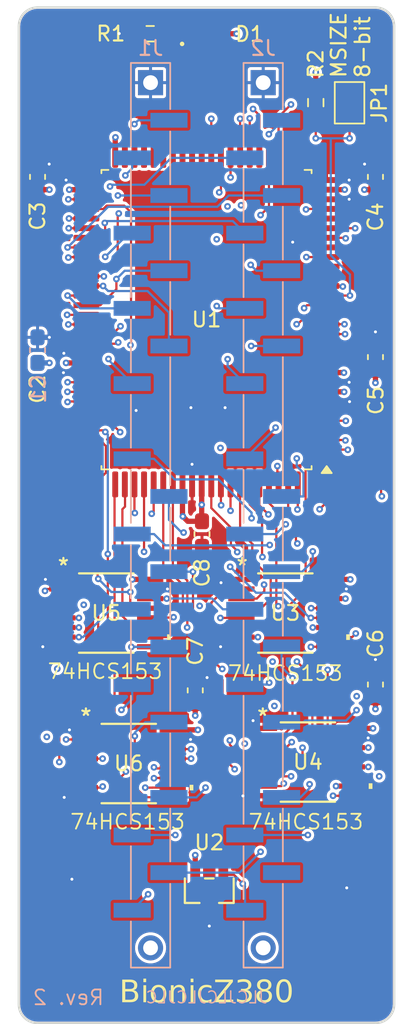
<source format=kicad_pcb>
(kicad_pcb (version 20241229) (generator "pcbnew") (generator_version "9.0")
  (title_block (title "BionicZ380") (date "2025-12-03") (rev "2") (company "Tadashi G. Takaoka"))
  (layers (0 "F.Cu" mixed) (4 "In1.Cu" signal) (6 "In2.Cu" signal) (2 "B.Cu" mixed) (13 "F.Paste" user) (15 "B.Paste" user) (5 "F.SilkS" user "F.Silkscreen") (7 "B.SilkS" user "B.Silkscreen") (1 "F.Mask" user) (3 "B.Mask" user) (25 "Edge.Cuts" user))
  (net 0 "")
  (net 1 "VCC")
  (net 2 "GND")
  (net 3 "Net-(D1-K)")
  (net 4 "Net-(J2-P57)")
  (net 6 "P31")
  (net 7 "~{WAIT}")
  (net 8 "~{INT0}")
  (net 9 "D2")
  (net 10 "P35")
  (net 11 "D3")
  (net 12 "D6")
  (net 13 "P36")
  (net 14 "P33")
  (net 15 "P32")
  (net 16 "P37")
  (net 17 "D4")
  (net 18 "D5")
  (net 19 "D0")
  (net 20 "~{NMI}")
  (net 21 "~{RESET}")
  (net 22 "D1")
  (net 23 "P30")
  (net 24 "D7")
  (net 25 "P34")
  (net 26 "~{MRD}")
  (net 27 "~{BLEN}")
  (net 28 "D14")
  (net 29 "D11")
  (net 30 "~{IORD}")
  (net 31 "D9")
  (net 32 "D13")
  (net 33 "~{CLKI}")
  (net 34 "ASEL0")
  (net 35 "D15")
  (net 36 "~{IOWR}")
  (net 37 "~{M1}")
  (net 38 "D12")
  (net 39 "ASEL1")
  (net 40 "D8")
  (net 41 "~{MWR}")
  (net 42 "~{BHEN}")
  (net 43 "D10")
  (net 45 "A3")
  (net 47 "A21")
  (net 48 "A9")
  (net 50 "A28")
  (net 51 "A4")
  (net 52 "A17")
  (net 53 "A26")
  (net 54 "A25")
  (net 56 "A31")
  (net 57 "A20")
  (net 58 "A18")
  (net 60 "A8")
  (net 61 "A23")
  (net 64 "A5")
  (net 65 "A13")
  (net 66 "A2")
  (net 67 "A27")
  (net 68 "A22")
  (net 70 "A1")
  (net 71 "A15")
  (net 72 "A6")
  (net 73 "A16")
  (net 74 "A10")
  (net 75 "A7")
  (net 76 "A24")
  (net 79 "A19")
  (net 83 "A29")
  (net 86 "A11")
  (net 88 "A14")
  (net 89 "A30")
  (net 91 "A12")
  (net 92 "A0")
  (net 94 "Net-(JP1-B)")
  (footprint "Resistor_SMD:R_0603_1608Metric_Pad0.98x0.95mm_HandSolder" (layer "F.Cu") (at 121.0914 76.4281 -90)
    (property "Reference" "R2")
    (property "Value" "10k")
  )
  (footprint "Package_QFP:PQFP-100_14x20mm_P0.65mm" (layer "F.Cu") (at 113.7 91.082 180)
    (property "Reference" "U1")
    (property "Value" "Z80380")
  )
  (footprint "ti:PW16-M" (layer "F.Cu") (at 106.9182 110.894)
    (property "Reference" "U5")
    (property "Value" "74HCS153")
  )
  (footprint "Jumper:SolderJumper-2_P1.3mm_Open_TrianglePad1.0x1.5mm" (layer "F.Cu") (at 123.3774 76.44 -90)
    (property "Reference" "JP1")
    (property "Value" "MSIZE")
  )
  (footprint "Capacitor_SMD:C_0603_1608Metric_Pad1.08x0.95mm_HandSolder" (layer "F.Cu") (at 113.3952 105.56 -90)
    (property "Reference" "C8")
    (property "Value" "0.1u")
  )
  (footprint "ti:PW16-M" (layer "F.Cu") (at 108.4422 121.054)
    (property "Reference" "U6")
    (property "Value" "74HCS153")
  )
  (footprint "rhom:LED_CSL1901UW1_ROM-M" (layer "F.Cu") (at 113.7 71.778)
    (property "Reference" "D1")
    (property "Value" "CSL1901UW1")
  )
  (footprint "microchip:SOT-23_MC_MCH-M" (layer "F.Cu") (at 113.888 129.64 180)
    (property "Reference" "U2")
    (property "Value" "11AA010-I/TT")
  )
  (footprint "Capacitor_SMD:C_0603_1608Metric_Pad1.08x0.95mm_HandSolder" (layer "F.Cu") (at 112.938 116.1137 90)
    (property "Reference" "C7")
    (property "Value" "0.1u")
  )
  (footprint "Capacitor_SMD:C_0603_1608Metric_Pad1.08x0.95mm_HandSolder" (layer "F.Cu") (at 102.27 93.1405 90)
    (property "Reference" "C2")
    (property "Value" "22u")
  )
  (footprint "ti:PW16-M" (layer "F.Cu") (at 119.034 110.894)
    (property "Reference" "U3")
    (property "Value" "74HCS153")
  )
  (footprint "Capacitor_SMD:C_0603_1608Metric_Pad1.08x0.95mm_HandSolder" (layer "F.Cu") (at 102.27 81.4438 90)
    (property "Reference" "C3")
    (property "Value" "0.1u")
  )
  (footprint "Capacitor_SMD:C_0603_1608Metric_Pad1.08x0.95mm_HandSolder" (layer "F.Cu") (at 125.13 93.6104 90)
    (property "Reference" "C5")
    (property "Value" "0.1u")
  )
  (footprint "Capacitor_SMD:C_0603_1608Metric_Pad1.08x0.95mm_HandSolder" (layer "F.Cu") (at 125.13 115.72 90)
    (property "Reference" "C6")
    (property "Value" "0.1u")
  )
  (footprint "Resistor_SMD:R_0603_1608Metric_Pad0.98x0.95mm_HandSolder" (layer "F.Cu") (at 109.89 71.778 180)
    (property "Reference" "R1")
    (property "Value" "1.6k")
  )
  (footprint "ti:PW16-M" (layer "F.Cu") (at 120.558 120.953)
    (property "Reference" "U4")
    (property "Value" "74HCS153")
  )
  (footprint "Capacitor_SMD:C_0603_1608Metric_Pad1.08x0.95mm_HandSolder" (layer "F.Cu") (at 125.13 81.4438 90)
    (property "Reference" "C4")
    (property "Value" "0.1u")
  )
  (footprint "bionic:Bionic-P245_SMT" (layer "B.Cu") (at 117.5562 104.29 180)
    (property "Reference" "J2")
    (property "Value" "Bionic-P245")
  )
  (footprint "bionic:Bionic-P135_SMT" (layer "B.Cu") (at 109.8946 104.29 180)
    (property "Reference" "J1")
    (property "Value" "Bionic-P135")
  )
  (footprint "Capacitor_SMD:C_0603_1608Metric_Pad1.08x0.95mm_HandSolder" (layer "B.Cu") (at 102.27 93.1394 90)
    (property "Reference" "C1")
    (property "Value" "0.1u")
  )
  (gr_line (start 101 71.27) (end 101 137.31) (stroke (width 0.15)) (layer "Edge.Cuts"))
  (gr_arc (start 102.27 138.58) (mid 101.371974 138.208026) (end 101 137.31) (stroke (width 0.15)) (layer "Edge.Cuts"))
  (gr_line (start 102.27 138.58) (end 125.13 138.58) (stroke (width 0.15)) (layer "Edge.Cuts"))
  (gr_arc (start 125.13 70) (mid 126.028026 70.371974) (end 126.4 71.27) (stroke (width 0.15)) (layer "Edge.Cuts"))
  (gr_arc (start 126.4 137.31) (mid 126.028026 138.208026) (end 125.13 138.58) (stroke (width 0.15)) (layer "Edge.Cuts"))
  (gr_line (start 126.4 137.31) (end 126.4 71.27) (stroke (width 0.15)) (layer "Edge.Cuts"))
  (gr_arc (start 101 71.27) (mid 101.371974 70.371974) (end 102.27 70) (stroke (width 0.15)) (layer "Edge.Cuts"))
  (gr_line (start 125.13 70) (end 102.27 70) (stroke (width 0.15)) (layer "Edge.Cuts"))
  (gr_text "74HCS153" (at 120.431 124.991 0) (layer "F.SilkS") (effects (font (size 1 1))))
  (gr_text "74HCS153" (at 108.366 124.991 0) (layer "F.SilkS") (effects (font (size 1 1))))
  (gr_text "MSIZE\n8-bit" (at 123.4536 74.8514 90) (layer "F.SilkS") (effects (font (size 1 1)) (justify left)))
  (gr_text "BionicZ380" (at 113.7 136.548 0) (layer "F.SilkS") (effects (font (size 1.5 1.5))))
  (gr_text "74HCS153" (at 106.842 114.831 0) (layer "F.SilkS") (effects (font (size 1 1))))
  (gr_text "74HCS153" (at 119.034 114.958 0) (layer "F.SilkS") (effects (font (size 1 1))))
  (gr_text "JLCJLCJLCJLC" (at 113.7 137.31 0) (layer "B.SilkS") (effects (font (size 0.8 0.8)) (justify bottom mirror)))
  (gr_text "Rev. 2" (at 106.842 137.437 0) (layer "B.SilkS") (effects (font (size 1 1)) (justify left bottom mirror)))
  (segment (start 108.685199 108.619001) (end 108.6835 108.6207) (width 0.356) (layer "F.Cu") (net 1))
  (segment (start 116.625 77.493) (end 116.625 79.957) (width 0.15) (layer "F.Cu") (net 1))
  (segment (start 123.046441 82.304137) (end 123.0472 82.304896) (width 0.356) (layer "F.Cu") (net 1))
  (segment (start 125.13 94.4729) (end 125.13 95.3492) (width 0.356) (layer "F.Cu") (net 1))
  (segment (start 114.025 77.5184) (end 114.025 79.957) (width 0.15) (layer "F.Cu") (net 1))
  (segment (start 123.0465 82.307) (end 121.825 82.307) (width 0.356) (layer "F.Cu") (net 1))
  (segment (start 104.3949 94.007) (end 105.575 94.007) (width 0.356) (layer "F.Cu") (net 1))
  (segment (start 118.575 77.3932) (end 118.575 79.957) (width 0.15) (layer "F.Cu") (net 1))
  (segment (start 121.825 94.657) (end 122.99 94.657) (width 0.356) (layer "F.Cu") (net 1))
  (segment (start 112.937999 128.574) (end 112.938 127.2389) (width 0.356) (layer "F.Cu") (net 1))
  (segment (start 104.417 82.307) (end 105.575 82.307) (width 0.356) (layer "F.Cu") (net 1))
  (segment (start 123.0472 82.3063) (end 123.0465 82.307) (width 0.356) (layer "F.Cu") (net 1))
  (segment (start 113.1158 118.782307) (end 112.814379 118.782307) (width 0.356) (layer "F.Cu") (net 1))
  (segment (start 114.5763 71.778) (end 115.732 71.778) (width 0.356) (layer "F.Cu") (net 1))
  (segment (start 112.811073 118.779001) (end 111.414 118.779001) (width 0.356) (layer "F.Cu") (net 1))
  (segment (start 116.8496 76.858) (end 117.275 77.2834) (width 0.15) (layer "F.Cu") (net 1))
  (segment (start 112.075 104.3414) (end 112.4311 104.6975) (width 0.356) (layer "F.Cu") (net 1))
  (segment (start 109.89 108.619001) (end 108.685199 108.619001) (width 0.356) (layer "F.Cu") (net 1))
  (segment (start 117.275 77.2834) (end 117.275 79.957) (width 0.15) (layer "F.Cu") (net 1))
  (segment (start 113.375 102.207) (end 113.375 104.6265) (width 0.356) (layer "F.Cu") (net 1))
  (segment (start 112.814379 118.782307) (end 112.811073 118.779001) (width 0.356) (layer "F.Cu") (net 1))
  (segment (start 104.3909 94.003) (end 104.3949 94.007) (width 0.356) (layer "F.Cu") (net 1))
  (segment (start 122.99 94.657) (end 122.9964 94.6634) (width 0.356) (layer "F.Cu") (net 1))
  (segment (start 123.0472 82.304896) (end 123.0472 82.3063) (width 0.356) (layer "F.Cu") (net 1))
  (segment (start 115.975 77.5184) (end 115.975 79.957) (width 0.15) (layer "F.Cu") (net 1))
  (segment (start 112.4311 104.6975) (end 113.3952 104.6975) (width 0.356) (layer "F.Cu") (net 1))
  (segment (start 112.938 116.9762) (end 112.938 117.8155) (width 0.356) (layer "F.Cu") (net 1))
  (segment (start 104.2004 94.003) (end 104.3909 94.003) (width 0.356) (layer "F.Cu") (net 1))
  (segment (start 122.0058 108.619001) (end 123.426501 108.619001) (width 0.356) (layer "F.Cu") (net 1))
  (segment (start 107.525 79.957) (end 107.525 78.7912) (width 0.356) (layer "F.Cu") (net 1))
  (segment (start 123.0073 95.957) (end 123.0091 95.9588) (width 0.356) (layer "F.Cu") (net 1))
  (segment (start 121.825 95.957) (end 123.0073 95.957) (width 0.356) (layer "F.Cu") (net 1))
  (segment (start 123.5944 118.678) (end 123.5298 118.678) (width 0.356) (layer "F.Cu") (net 1))
  (segment (start 125.13 82.3063) (end 124.3807 82.3063) (width 0.356) (layer "F.Cu") (net 1))
  (segment (start 102.27 94.003) (end 103.0701 94.003) (width 0.356) (layer "F.Cu") (net 1))
  (segment (start 125.13 116.5825) (end 125.13 117.371) (width 0.356) (layer "F.Cu") (net 1))
  (segment (start 123.426501 108.619001) (end 123.4282 108.6207) (width 0.356) (layer "F.Cu") (net 1))
  (segment (start 119.415 76.5532) (end 118.575 77.3932) (width 0.15) (layer "F.Cu") (net 1))
  (segment (start 121.0914 75.5156) (end 121.0914 74.3942) (width 0.356) (layer "F.Cu") (net 1))
  (segment (start 102.27 82.3063) (end 103.0701 82.3063) (width 0.356) (layer "F.Cu") (net 1))
  (segment (start 112.075 102.207) (end 112.075 104.3414) (width 0.356) (layer "F.Cu") (net 1))
  (segment (start 107.525 78.7912) (end 107.5405 78.7757) (width 0.356) (layer "F.Cu") (net 1))
  (segment (start 124.963801 118.678001) (end 123.5298 118.678001) (width 0.356) (layer "F.Cu") (net 1))
  (via (at 119.415 76.5532) (size 0.45) (drill 0.2) (layers "F.Cu" "B.Cu") (net 1))
  (via (at 121.0914 74.3942) (size 0.45) (drill 0.2) (layers "F.Cu" "B.Cu") (net 1))
  (via (at 103.0701 82.3063) (size 0.45) (drill 0.2) (layers "F.Cu" "B.Cu") (net 1))
  (via (at 124.3807 82.3063) (size 0.45) (drill 0.2) (layers "F.Cu" "B.Cu") (net 1))
  (via (at 113.1158 118.782307) (size 0.45) (drill 0.2) (layers "F.Cu" "B.Cu") (net 1))
  (via (at 125.13 95.3492) (size 0.45) (drill 0.2) (layers "F.Cu" "B.Cu") (net 1))
  (via (at 112.938 127.2389) (size 0.45) (drill 0.2) (layers "F.Cu" "B.Cu") (net 1))
  (via (at 122.9964 94.6634) (size 0.45) (drill 0.2) (layers "F.Cu" "B.Cu") (net 1))
  (via (at 116.8496 76.858) (size 0.45) (drill 0.2) (layers "F.Cu" "B.Cu") (net 1))
  (via (at 124.963801 118.678001) (size 0.45) (drill 0.2) (layers "F.Cu" "B.Cu") (net 1))
  (via (at 123.0091 95.9588) (size 0.45) (drill 0.2) (layers "F.Cu" "B.Cu") (net 1))
  (via (at 112.938 117.8155) (size 0.45) (drill 0.2) (layers "F.Cu" "B.Cu") (net 1))
  (via (at 112.0998 104.3662) (size 0.45) (drill 0.2) (layers "F.Cu" "B.Cu") (net 1))
  (via (at 107.5405 78.7757) (size 0.45) (drill 0.2) (layers "F.Cu" "B.Cu") (net 1))
  (via (at 125.13 117.371) (size 0.45) (drill 0.2) (layers "F.Cu" "B.Cu") (net 1))
  (via (at 104.417 82.307) (size 0.45) (drill 0.2) (layers "F.Cu" "B.Cu") (net 1))
  (via (at 108.6835 108.6207) (size 0.45) (drill 0.2) (layers "F.Cu" "B.Cu") (net 1))
  (via (at 104.2004 94.003) (size 0.45) (drill 0.2) (layers "F.Cu" "B.Cu") (net 1))
  (via (at 115.975 77.5184) (size 0.45) (drill 0.2) (layers "F.Cu" "B.Cu") (net 1))
  (via (at 113.375 103.5788) (size 0.45) (drill 0.2) (layers "F.Cu" "B.Cu") (net 1))
  (via (at 123.4282 108.6207) (size 0.45) (drill 0.2) (layers "F.Cu" "B.Cu") (net 1))
  (via (at 103.0701 94.003) (size 0.45) (drill 0.2) (layers "F.Cu" "B.Cu") (net 1))
  (via (at 115.732 71.778) (size 0.45) (drill 0.2) (layers "F.Cu" "B.Cu") (net 1))
  (via (at 116.625 77.493) (size 0.45) (drill 0.2) (layers "F.Cu" "B.Cu") (net 1))
  (via (at 123.046441 82.304137) (size 0.45) (drill 0.2) (layers "F.Cu" "B.Cu") (net 1))
  (via (at 114.025 77.5184) (size 0.45) (drill 0.2) (layers "F.Cu" "B.Cu") (net 1))
  (segment (start 102.2711 94.003) (end 102.27 94.0019) (width 0.356) (layer "B.Cu") (net 1))
  (segment (start 103.0701 94.003) (end 102.2711 94.003) (width 0.356) (layer "B.Cu") (net 1))
  (segment (start 123.3774 96.6192) (end 121.8372 96.6192) (width 0.356) (layer "F.Cu") (net 2))
  (segment (start 102.805099 108.619001) (end 102.8034 108.6207) (width 0.356) (layer "F.Cu") (net 2))
  (segment (start 107.8072 71.778) (end 107.7945 71.7653) (width 0.356) (layer "F.Cu") (net 2))
  (segment (start 116.8496 118.4124) (end 117.115201 118.678001) (width 0.2) (layer "F.Cu") (net 2))
  (segment (start 104.4053 93.357) (end 104.401861 93.353561) (width 0.356) (layer "F.Cu") (net 2))
  (segment (start 124.633498 119.328002) (end 124.6347 119.3268) (width 0.356) (layer "F.Cu") (net 2))
  (segment (start 113.888 132.0243) (end 113.8905 132.0268) (width 0.356) (layer "F.Cu") (net 2))
  (segment (start 116.8496 118.1584) (end 116.8496 118.4124) (width 0.2) (layer "F.Cu") (net 2))
  (segment (start 114.682599 108.844315) (end 114.907914 108.619001) (width 0.2) (layer "F.Cu") (net 2))
  (segment (start 123.0456 81.657) (end 121.825 81.657) (width 0.356) (layer "F.Cu") (net 2))
  (segment (start 122.9923 95.307) (end 121.825 95.307) (width 0.356) (layer "F.Cu") (net 2))
  (segment (start 125.13 92.7479) (end 125.13 91.9075) (width 0.356) (layer "F.Cu") (net 2))
  (segment (start 112.725 100.8512) (end 112.7221 100.8483) (width 0.356) (layer "F.Cu") (net 2))
  (segment (start 109.89 109.269002) (end 111.057798 109.269002) (width 0.2) (layer "F.Cu") (net 2))
  (segment (start 123.045761 81.656839) (end 123.0456 81.657) (width 0.356) (layer "F.Cu") (net 2))
  (segment (start 111.414 119.429002) (end 112.619898 119.429002) (width 0.2) (layer "F.Cu") (net 2))
  (segment (start 102.627299 113.168999) (end 102.6256 113.1673) (width 0.356) (layer "F.Cu") (net 2))
  (segment (start 104.430699 118.779001) (end 104.429 118.7807) (width 0.356) (layer "F.Cu") (net 2))
  (segment (start 123.5298 119.328002) (end 124.633498 119.328002) (width 0.2) (layer "F.Cu") (net 2))
  (segment (start 112.725 102.207) (end 112.725 100.8512) (width 0.356) (layer "F.Cu") (net 2))
  (segment (start 117.115201 118.678001) (end 117.369201 118.678001) (width 0.2) (layer "F.Cu") (net 2))
  (segment (start 104.4036 94.6634) (end 104.41 94.657) (width 0.356) (layer "F.Cu") (net 2))
  (segment (start 123.352 95.3111) (end 122.9964 95.3111) (width 0.356) (layer "F.Cu") (net 2))
  (segment (start 122.0058 109.269002) (end 123.160898 109.269002) (width 0.2) (layer "F.Cu") (net 2))
  (segment (start 104.401861 93.353561) (end 104.04966 93.353561) (width 0.356) (layer "F.Cu") (net 2))
  (segment (start 104.4179 81.657) (end 105.575 81.657) (width 0.356) (layer "F.Cu") (net 2))
  (segment (start 104.41 94.657) (end 105.575 94.657) (width 0.356) (layer "F.Cu") (net 2))
  (segment (start 105.4704 123.328999) (end 104.084401 123.328999) (width 0.356) (layer "F.Cu") (net 2))
  (segment (start 114.907914 108.619001) (end 116.0622 108.619001) (width 0.2) (layer "F.Cu") (net 2))
  (segment (start 111.057798 109.269002) (end 111.0584 109.2684) (width 0.356) (layer "F.Cu") (net 2))
  (segment (start 117.5862 123.227999) (end 116.174201 123.227999) (width 0.356) (layer "F.Cu") (net 2))
  (segment (start 105.575 93.357) (end 104.4053 93.357) (width 0.365) (layer "F.Cu") (net 2))
  (segment (start 104.2004 81.6586) (end 104.4163 81.6586) (width 0.356) (layer "F.Cu") (net 2))
  (segment (start 123.352 82.954) (end 123.0599 82.954) (width 0.356) (layer "F.Cu") (net 2))
  (segment (start 123.0569 82.957) (end 121.825 82.957) (width 0.356) (layer "F.Cu") (net 2))
  (segment (start 104.084401 123.328999) (end 104.0734 123.34) (width 0.356) (layer "F.Cu") (net 2))
  (segment (start 103.9464 113.168999) (end 102.627299 113.168999) (width 0.356) (layer "F.Cu") (net 2))
  (segment (start 113.888 130.706) (end 113.888 132.0243) (width 0.356) (layer "F.Cu") (net 2))
  (segment (start 108.9775 71.778) (end 107.8072 71.778) (width 0.356) (layer "F.Cu") (net 2))
  (segment (start 105.4704 118.779001) (end 104.430699 118.779001) (width 0.356) (layer "F.Cu") (net 2))
  (segment (start 116.0622 113.168999) (end 114.654199 113.168999) (width 0.356) (layer "F.Cu") (net 2))
  (segment (start 123.160898 109.269002) (end 123.1615 109.2684) (width 0.356) (layer "F.Cu") (net 2))
  (segment (start 112.938 115.2512) (end 113.737 115.2512) (width 0.356) (layer "F.Cu") (net 2))
  (segment (start 117.369201 118.678001) (end 117.5862 118.678001) (width 0.356) (layer "F.Cu") (net 2))
  (segment (start 103.9464 108.619001) (end 102.805099 108.619001) (width 0.2) (layer "F.Cu") (net 2))
  (segment (start 102.27 92.278) (end 103.0679 92.278) (width 0.356) (layer "F.Cu") (net 2))
  (segment (start 121.8372 96.6192) (end 121.825 96.607) (width 0.356) (layer "F.Cu") (net 2))
  (segment (start 123.0599 82.954) (end 123.0569 82.957) (width 0.356) (layer "F.Cu") (net 2))
  (segment (start 113.737 115.2512) (end 113.7381 115.2501) (width 0.356) (layer "F.Cu") (net 2))
  (segment (start 122.9964 95.3111) (end 122.9923 95.307) (width 0.356) (layer "F.Cu") (net 2))
  (segment (start 124.3956 80.5813) (end 124.3934 80.5791) (width 0.356) (layer "F.Cu") (net 2))
  (segment (start 116.174201 123.227999) (end 116.1638 123.2384) (width 0.356) (layer "F.Cu") (net 2))
  (segment (start 103.0552 80.5813) (end 103.0574 80.5791) (width 0.356) (layer "F.Cu") (net 2))
  (segment (start 125.13 80.5813) (end 124.3956 80.5813) (width 0.356) (layer "F.Cu") (net 2))
  (segment (start 103.0679 92.278) (end 103.0701 92.2758) (width 0.356) (layer "F.Cu") (net 2))
  (segment (start 104.0226 94.6634) (end 104.4036 94.6634) (width 0.356) (layer "F.Cu") (net 2))
  (segment (start 104.4163 81.6586) (end 104.4179 81.657) (width 0.356) (layer "F.Cu") (net 2))
  (segment (start 125.13 114.8575) (end 125.13 114.0309) (width 0.356) (layer "F.Cu") (net 2))
  (segment (start 112.619898 119.429002) (end 112.6205 119.4284) (width 0.356) (layer "F.Cu") (net 2))
  (segment (start 114.654199 113.168999) (end 114.6525 113.1673) (width 0.356) (layer "F.Cu") (net 2))
  (segment (start 123.350891 81.656839) (end 123.045761 81.656839) (width 0.356) (layer "F.Cu") (net 2))
  (segment (start 102.27 80.5813) (end 103.0552 80.5813) (width 0.356) (layer "F.Cu") (net 2))
  (via (at 125.13 114.0309) (size 0.45) (drill 0.2) (layers "F.Cu" "B.Cu") (net 2))
  (via (at 116.8496 118.1584) (size 0.45) (drill 0.2) (layers "F.Cu" "B.Cu") (net 2))
  (via (at 104.429 118.7807) (size 0.45) (drill 0.2) (layers "F.Cu" "B.Cu") (net 2))
  (via (at 104.0226 94.6634) (size 0.45) (drill 0.2) (layers "F.Cu" "B.Cu") (net 2))
  (via (at 112.6205 119.4284) (size 0.45) (drill 0.2) (layers "F.Cu" "B.Cu") (net 2))
  (via (at 107.7945 71.7653) (size 0.45) (drill 0.2) (layers "F.Cu" "B.Cu") (net 2))
  (via (at 102.8034 108.6207) (size 0.45) (drill 0.2) (layers "F.Cu" "B.Cu") (net 2))
  (via (at 114.6525 113.1673) (size 0.45) (drill 0.2) (layers "F.Cu" "B.Cu") (net 2))
  (via (at 125.13 91.9075) (size 0.45) (drill 0.2) (layers "F.Cu" "B.Cu") (net 2))
  (via (at 123.3774 96.6192) (size 0.45) (drill 0.2) (layers "F.Cu" "B.Cu") (net 2))
  (via (at 102.6256 113.1673) (size 0.45) (drill 0.2) (layers "F.Cu" "B.Cu") (net 2))
  (via (at 123.1615 109.2684) (size 0.45) (drill 0.2) (layers "F.Cu" "B.Cu") (net 2))
  (via (at 124.3934 80.5791) (size 0.45) (drill 0.2) (layers "F.Cu" "B.Cu") (net 2))
  (via (at 104.04966 93.353561) (size 0.45) (drill 0.2) (layers "F.Cu" "B.Cu") (net 2))
  (via (at 104.2004 81.6586) (size 0.45) (drill 0.2) (layers "F.Cu" "B.Cu") (net 2))
  (via (at 114.9573 97.0256) (size 0.45) (drill 0.2) (layers "F.Cu" "B.Cu") (net 2))
  (via (at 108.9375 97.2161) (size 0.45) (drill 0.2) (layers "F.Cu" "B.Cu") (net 2))
  (via (at 124.6347 119.3268) (size 0.45) (drill 0.2) (layers "F.Cu" "B.Cu") (net 2))
  (via (at 123.1869 129.4487) (size 0.45) (drill 0.2) (layers "F.Cu" "B.Cu") (net 2))
  (via (at 112.7221 100.8483) (size 0.45) (drill 0.2) (layers "F.Cu" "B.Cu") (net 2))
  (via (at 112.6459 97.0256) (size 0.45) (drill 0.2) (layers "F.Cu" "B.Cu") (net 2))
  (via (at 103.0701 92.2758) (size 0.45) (drill 0.2) (layers "F.Cu" "B.Cu") (net 2))
  (via (at 116.1638 123.2384) (size 0.45) (drill 0.2) (layers "F.Cu" "B.Cu") (net 2))
  (via (at 123.350891 81.656839) (size 0.45) (drill 0.2) (layers "F.Cu" "B.Cu") (net 2))
  (via (at 103.0574 80.5791) (size 0.45) (drill 0.2) (layers "F.Cu" "B.Cu") (net 2))
  (via (at 111.0584 109.2684) (size 0.45) (drill 0.2) (layers "F.Cu" "B.Cu") (net 2))
  (via (at 113.7381 115.2501) (size 0.45) (drill 0.2) (layers "F.Cu" "B.Cu") (net 2))
  (via (at 123.352 82.954) (size 0.45) (drill 0.2) (layers "F.Cu" "B.Cu") (net 2))
  (via (at 113.8905 132.0268) (size 0.45) (drill 0.2) (layers "F.Cu" "B.Cu") (net 2))
  (via (at 119.5293 85.8496) (size 0.45) (drill 0.2) (layers "F.Cu" "B.Cu") (net 2))
  (via (at 114.682599 108.844315) (size 0.45) (drill 0.2) (layers "F.Cu" "B.Cu") (net 2))
  (via (at 104.5941 128.8645) (size 0.45) (drill 0.2) (layers "F.Cu" "B.Cu") (net 2))
  (via (at 123.352 95.3111) (size 0.45) (drill 0.2) (layers "F.Cu" "B.Cu") (net 2))
  (via (at 104.0734 123.34) (size 0.45) (drill 0.2) (layers "F.Cu" "B.Cu") (net 2))
  (segment (start 102.2711 92.2758) (end 102.27 92.2769) (width 0.356) (layer "B.Cu") (net 2))
  (segment (start 103.0701 92.2758) (end 102.2711 92.2758) (width 0.356) (layer "B.Cu") (net 2))
  (segment (start 112.8237 71.778) (end 110.8025 71.778) (width 0.15) (layer "F.Cu") (net 3))
  (segment (start 114.839601 128.5724) (end 114.838001 128.574) (width 0.15) (layer "F.Cu") (net 4))
  (segment (start 115.5669 128.5724) (end 114.839601 128.5724) (width 0.15) (layer "F.Cu") (net 4))
  (segment (start 116.1511 129.1693) (end 116.1511 129.1566) (width 0.15) (layer "F.Cu") (net 4))
  (segment (start 116.1511 129.1566) (end 115.5669 128.5724) (width 0.15) (layer "F.Cu") (net 4))
  (via (at 116.1511 129.1693) (size 0.45) (drill 0.2) (layers "F.Cu" "B.Cu") (net 4))
  (segment (start 116.1511 129.1693) (end 116.3035 129.3217) (width 0.15) (layer "B.Cu") (net 4))
  (segment (start 116.2973 130.9535) (end 116.2908 130.96) (width 0.15) (layer "B.Cu") (net 4))
  (segment (start 116.3035 129.3217) (end 116.3035 130.9473) (width 0.15) (layer "B.Cu") (net 4))
  (segment (start 116.2975 130.9535) (end 116.2973 130.9535) (width 0.15) (layer "B.Cu") (net 4))
  (segment (start 116.3035 130.9473) (end 116.2908 130.96) (width 0.15) (layer "B.Cu") (net 4))
  (segment (start 120.7722 113.169) (end 122.0058 113.169) (width 0.15) (layer "F.Cu") (net 6))
  (segment (start 120.7612 113.18) (end 120.7722 113.169) (width 0.15) (layer "F.Cu") (net 6))
  (via (at 112.1506 105.4584) (size 0.45) (drill 0.2) (layers "F.Cu" "B.Cu") (net 6))
  (via (at 120.7612 113.18) (size 0.45) (drill 0.2) (layers "F.Cu" "B.Cu") (net 6))
  (via (at 113.2356 110.40988) (size 0.45) (drill 0.2) (layers "F.Cu" "B.Cu") (net 6))
  (segment (start 112.1506 105.4584) (end 112.0236 105.4584) (width 0.15) (layer "B.Cu") (net 6))
  (segment (start 111.16 104.5948) (end 111.16 103.02) (width 0.15) (layer "B.Cu") (net 6))
  (segment (start 112.0236 105.4584) (end 111.16 104.5948) (width 0.15) (layer "B.Cu") (net 6))
  (segment (start 122.9208 88.8462) (end 122.8816 88.807) (width 0.15) (layer "F.Cu") (net 7))
  (segment (start 122.8816 88.807) (end 121.825 88.807) (width 0.15) (layer "F.Cu") (net 7))
  (via (at 123.86 116.5074) (size 0.45) (drill 0.2) (layers "F.Cu" "B.Cu") (net 7))
  (via (at 122.9208 88.8462) (size 0.45) (drill 0.2) (layers "F.Cu" "B.Cu") (net 7))
  (via (at 118.2934 117.1653) (size 0.45) (drill 0.2) (layers "F.Cu" "B.Cu") (net 7))
  (via (at 117.3579 127.0111) (size 0.45) (drill 0.2) (layers "F.Cu" "B.Cu") (net 7))
  (segment (start 117.3579 127.0111) (end 115.949 128.42) (width 0.15) (layer "B.Cu") (net 7))
  (segment (start 115.949 128.42) (end 111.16 128.42) (width 0.15) (layer "B.Cu") (net 7))
  (segment (start 115.325 81.1587) (end 115.325 79.957) (width 0.15) (layer "F.Cu") (net 8))
  (segment (start 115.3276 81.1613) (end 115.325 81.1587) (width 0.15) (layer "F.Cu") (net 8))
  (segment (start 115.3276 81.480854) (end 115.3276 81.1613) (width 0.15) (layer "F.Cu") (net 8))
  (via (at 115.3276 81.480854) (size 0.45) (drill 0.2) (layers "F.Cu" "B.Cu") (net 8))
  (via (at 113.6336 122.6796) (size 0.45) (drill 0.2) (layers "F.Cu" "B.Cu") (net 8))
  (segment (start 113.6336 122.7206) (end 113.0142 123.34) (width 0.15) (layer "B.Cu") (net 8))
  (segment (start 113.6336 122.6796) (end 113.6336 122.7206) (width 0.15) (layer "B.Cu") (net 8))
  (segment (start 113.0142 123.34) (end 111.16 123.34) (width 0.15) (layer "B.Cu") (net 8))
  (segment (start 104.3528 91.407) (end 105.575 91.407) (width 0.15) (layer "F.Cu") (net 9))
  (via (at 107.7056 82.7) (size 0.45) (drill 0.2) (layers "F.Cu" "B.Cu") (net 9))
  (via (at 104.3528 91.407) (size 0.45) (drill 0.2) (layers "F.Cu" "B.Cu") (net 9))
  (segment (start 107.7056 82.7) (end 111.16 82.7) (width 0.15) (layer "B.Cu") (net 9))
  (segment (start 108.631 113.169) (end 109.89 113.169) (width 0.15) (layer "F.Cu") (net 10))
  (segment (start 108.62 113.18) (end 108.631 113.169) (width 0.15) (layer "F.Cu") (net 10))
  (via (at 108.62 113.18) (size 0.45) (drill 0.2) (layers "F.Cu" "B.Cu") (net 10))
  (segment (start 108.62 113.18) (end 111.16 113.18) (width 0.15) (layer "B.Cu") (net 10))
  (segment (start 104.271 90.757) (end 105.575 90.757) (width 0.15) (layer "F.Cu") (net 11))
  (via (at 104.271 90.757) (size 0.45) (drill 0.2) (layers "F.Cu" "B.Cu") (net 11))
  (via (at 106.8499 86.8402) (size 0.45) (drill 0.2) (layers "F.Cu" "B.Cu") (net 11))
  (segment (start 108.4501 85.24) (end 108.6708 85.24) (width 0.15) (layer "B.Cu") (net 11))
  (segment (start 106.8499 86.8402) (end 108.4501 85.24) (width 0.15) (layer "B.Cu") (net 11))
  (segment (start 105.575 88.807) (end 106.7006 88.807) (width 0.15) (layer "F.Cu") (net 12))
  (segment (start 106.7006 88.807) (end 106.7023 88.8087) (width 0.15) (layer "F.Cu") (net 12))
  (via (at 106.7023 88.8087) (size 0.45) (drill 0.2) (layers "F.Cu" "B.Cu") (net 12))
  (segment (start 106.7023 88.8087) (end 107.0452 89.1516) (width 0.15) (layer "B.Cu") (net 12))
  (segment (start 111.16 90.6022) (end 111.16 92.86) (width 0.15) (layer "B.Cu") (net 12))
  (segment (start 109.7094 89.1516) (end 111.16 90.6022) (width 0.15) (layer "B.Cu") (net 12))
  (segment (start 107.0452 89.1516) (end 109.7094 89.1516) (width 0.15) (layer "B.Cu") (net 12))
  (segment (start 105.4704 122.679) (end 106.5861 122.679) (width 0.15) (layer "F.Cu") (net 13))
  (segment (start 106.6775 122.6066) (end 106.6585 122.6066) (width 0.15) (layer "F.Cu") (net 13))
  (segment (start 106.6585 122.6066) (end 106.5861 122.679) (width 0.15) (layer "F.Cu") (net 13))
  (via (at 106.6775 122.6066) (size 0.45) (drill 0.2) (layers "F.Cu" "B.Cu") (net 13))
  (via (at 107.94545 117.43305) (size 0.45) (drill 0.2) (layers "F.Cu" "B.Cu") (net 13))
  (segment (start 108.6708 116.7077) (end 108.6708 115.72) (width 0.15) (layer "B.Cu") (net 13))
  (segment (start 107.94545 117.43305) (end 108.6708 116.7077) (width 0.15) (layer "B.Cu") (net 13))
  (segment (start 114.7861 115.4091) (end 113.573 114.196) (width 0.15) (layer "F.Cu") (net 14))
  (segment (start 112.7856 110.7416) (end 112.7856 108.1) (width 0.15) (layer "F.Cu") (net 14))
  (segment (start 122.2598 123.22985) (end 123.52795 123.22985) (width 0.15) (layer "F.Cu") (net 14))
  (segment (start 115.605 121.434934) (end 114.7861 120.616034) (width 0.15) (layer "F.Cu") (net 14))
  (segment (start 114.7861 120.616034) (end 114.7861 115.4091) (width 0.15) (layer "F.Cu") (net 14))
  (segment (start 123.52795 123.22985) (end 123.5298 123.228) (width 0.15) (layer "F.Cu") (net 14))
  (segment (start 113.573 114.196) (end 113.573 111.529) (width 0.15) (layer "F.Cu") (net 14))
  (segment (start 113.573 111.529) (end 112.7856 110.7416) (width 0.15) (layer "F.Cu") (net 14))
  (via (at 115.605 121.434934) (size 0.45) (drill 0.2) (layers "F.Cu" "B.Cu") (net 14))
  (via (at 122.2598 123.22985) (size 0.45) (drill 0.2) (layers "F.Cu" "B.Cu") (net 14))
  (via (at 112.7856 108.1) (size 0.45) (drill 0.2) (layers "F.Cu" "B.Cu") (net 14))
  (segment (start 112.7856 108.1) (end 111.16 108.1) (width 0.15) (layer "B.Cu") (net 14))
  (segment (start 118.9324 122.4002) (end 118.754602 122.577998) (width 0.15) (layer "F.Cu") (net 15))
  (segment (start 117.5862 122.577998) (end 117.5862 122.578) (width 0.15) (layer "F.Cu") (net 15))
  (segment (start 118.754602 122.577998) (end 117.5862 122.577998) (width 0.15) (layer "F.Cu") (net 15))
  (via (at 117.9744 106.2966) (size 0.45) (drill 0.2) (layers "F.Cu" "B.Cu") (net 15))
  (via (at 118.9324 122.4002) (size 0.45) (drill 0.2) (layers "F.Cu" "B.Cu") (net 15))
  (segment (start 110.1525 105.56) (end 108.6708 105.56) (width 0.15) (layer "B.Cu") (net 15))
  (segment (start 117.949 106.322) (end 110.9145 106.322) (width 0.15) (layer "B.Cu") (net 15))
  (segment (start 110.9145 106.322) (end 110.1525 105.56) (width 0.15) (layer "B.Cu") (net 15))
  (segment (start 117.9744 106.2966) (end 117.949 106.322) (width 0.15) (layer "B.Cu") (net 15))
  (segment (start 109.5488 123.329) (end 111.414 123.329) (width 0.15) (layer "F.Cu") (net 16))
  (segment (start 108.8486 119.1998) (end 108.8486 122.6288) (width 0.15) (layer "F.Cu") (net 16))
  (segment (start 108.8486 122.6288) (end 109.5488 123.329) (width 0.15) (layer "F.Cu") (net 16))
  (via (at 108.8486 119.1998) (size 0.45) (drill 0.2) (layers "F.Cu" "B.Cu") (net 16))
  (segment (start 108.8486 118.9712) (end 109.5598 118.26) (width 0.15) (layer "B.Cu") (net 16))
  (segment (start 108.8486 119.1998) (end 108.8486 118.9712) (width 0.15) (layer "B.Cu") (net 16))
  (segment (start 109.5598 118.26) (end 111.16 118.26) (width 0.15) (layer "B.Cu") (net 16))
  (segment (start 107.6051 88.3388) (end 107.6051 89.0235) (width 0.15) (layer "F.Cu") (net 17))
  (segment (start 107.6051 89.0235) (end 106.5216 90.107) (width 0.15) (layer "F.Cu") (net 17))
  (segment (start 106.5216 90.107) (end 105.575 90.107) (width 0.15) (layer "F.Cu") (net 17))
  (via (at 107.6051 88.3388) (size 0.45) (drill 0.2) (layers "F.Cu" "B.Cu") (net 17))
  (segment (start 108.1639 87.78) (end 111.16 87.78) (width 0.15) (layer "B.Cu") (net 17))
  (segment (start 107.6051 88.3388) (end 108.1639 87.78) (width 0.15) (layer "B.Cu") (net 17))
  (segment (start 104.7182 89.4564) (end 104.7188 89.457) (width 0.15) (layer "F.Cu") (net 18))
  (segment (start 104.302 89.4564) (end 104.7182 89.4564) (width 0.15) (layer "F.Cu") (net 18))
  (segment (start 104.7188 89.457) (end 105.575 89.457) (width 0.15) (layer "F.Cu") (net 18))
  (via (at 104.302 89.4564) (size 0.45) (drill 0.2) (layers "F.Cu" "B.Cu") (net 18))
  (segment (start 104.302 89.4564) (end 105.1656 90.32) (width 0.15) (layer "B.Cu") (net 18))
  (segment (start 105.1656 90.32) (end 108.6708 90.32) (width 0.15) (layer "B.Cu") (net 18))
  (segment (start 107.639 92.707) (end 107.7273 92.6187) (width 0.15) (layer "F.Cu") (net 19))
  (segment (start 105.575 92.707) (end 107.639 92.707) (width 0.15) (layer "F.Cu") (net 19))
  (via (at 107.7273 92.6187) (size 0.45) (drill 0.2) (layers "F.Cu" "B.Cu") (net 19))
  (via (at 108.8242 77.8791) (size 0.45) (drill 0.2) (layers "F.Cu" "B.Cu") (net 19))
  (segment (start 109.0772 77.62) (end 111.16 77.62) (width 0.15) (layer "B.Cu") (net 19))
  (segment (start 108.8242 77.873) (end 109.0772 77.62) (width 0.15) (layer "B.Cu") (net 19))
  (segment (start 108.8242 77.8791) (end 108.8242 77.873) (width 0.15) (layer "B.Cu") (net 19))
  (segment (start 114.561993 82.489235) (end 114.675 82.376228) (width 0.15) (layer "F.Cu") (net 20))
  (segment (start 114.675 82.376228) (end 114.675 79.957) (width 0.15) (layer "F.Cu") (net 20))
  (via (at 111.5918 125.88) (size 0.45) (drill 0.2) (layers "F.Cu" "B.Cu") (net 20))
  (via (at 114.561993 82.489235) (size 0.45) (drill 0.2) (layers "F.Cu" "B.Cu") (net 20))
  (segment (start 111.5918 125.88) (end 108.6708 125.88) (width 0.15) (layer "B.Cu") (net 20))
  (segment (start 117.925 83.4535) (end 117.3579 84.0206) (width 0.15) (layer "F.Cu") (net 21))
  (segment (start 117.925 79.957) (end 117.925 83.4535) (width 0.15) (layer "F.Cu") (net 21))
  (via (at 117.3579 84.0206) (size 0.45) (drill 0.2) (layers "F.Cu" "B.Cu") (net 21))
  (via (at 109.7503 129.8805) (size 0.45) (drill 0.2) (layers "F.Cu" "B.Cu") (net 21))
  (segment (start 109.7503 129.8805) (end 108.6708 130.96) (width 0.15) (layer "B.Cu") (net 21))
  (segment (start 107.204 92.057) (end 105.575 92.057) (width 0.15) (layer "F.Cu") (net 22))
  (segment (start 107.2138 92.0472) (end 107.204 92.057) (width 0.15) (layer "F.Cu") (net 22))
  (segment (start 107.882408 91.527421) (end 107.362629 92.0472) (width 0.15) (layer "F.Cu") (net 22))
  (segment (start 107.362629 92.0472) (end 107.2138 92.0472) (width 0.15) (layer "F.Cu") (net 22))
  (via (at 107.882408 91.527421) (size 0.45) (drill 0.2) (layers "F.Cu" "B.Cu") (net 22))
  (via (at 108.212113 81.344626) (size 0.45) (drill 0.2) (layers "F.Cu" "B.Cu") (net 22))
  (segment (start 108.6708 80.8712) (end 108.6708 80.16) (width 0.15) (layer "B.Cu") (net 22))
  (segment (start 108.212113 81.344626) (end 108.212113 81.329887) (width 0.15) (layer "B.Cu") (net 22))
  (segment (start 108.212113 81.329887) (end 108.6708 80.8712) (width 0.15) (layer "B.Cu") (net 22))
  (segment (start 117.1779 112.519) (end 116.0622 112.519) (width 0.15) (layer "F.Cu") (net 23))
  (via (at 116.748 104.4932) (size 0.45) (drill 0.2) (layers "F.Cu" "B.Cu") (net 23))
  (via (at 117.1779 112.519) (size 0.45) (drill 0.2) (layers "F.Cu" "B.Cu") (net 23))
  (segment (start 116.748 104.4932) (end 116.748 104.1122) (width 0.15) (layer "B.Cu") (net 23))
  (segment (start 111.5429 101.8704) (end 110.1525 100.48) (width 0.15) (layer "B.Cu") (net 23))
  (segment (start 116.748 104.1122) (end 114.5062 101.8704) (width 0.15) (layer "B.Cu") (net 23))
  (segment (start 110.1525 100.48) (end 108.6708 100.48) (width 0.15) (layer "B.Cu") (net 23))
  (segment (start 114.5062 101.8704) (end 111.5429 101.8704) (width 0.15) (layer "B.Cu") (net 23))
  (segment (start 106.588 88.161) (end 106.584 88.157) (width 0.15) (layer "F.Cu") (net 24))
  (segment (start 106.584 88.157) (end 105.575 88.157) (width 0.15) (layer "F.Cu") (net 24))
  (segment (start 106.7531 88.161) (end 106.588 88.161) (width 0.15) (layer "F.Cu") (net 24))
  (via (at 106.7531 88.161) (size 0.45) (drill 0.2) (layers "F.Cu" "B.Cu") (net 24))
  (via (at 107.0694 93.7363) (size 0.45) (drill 0.2) (layers "F.Cu" "B.Cu") (net 24))
  (segment (start 107.0694 93.7363) (end 107.0694 93.7986) (width 0.15) (layer "B.Cu") (net 24))
  (segment (start 107.0694 93.7986) (end 108.6708 95.4) (width 0.15) (layer "B.Cu") (net 24))
  (segment (start 105.0627 112.5196) (end 105.0621 112.519) (width 0.15) (layer "F.Cu") (net 25))
  (segment (start 105.0621 112.519) (end 103.9464 112.519) (width 0.15) (layer "F.Cu") (net 25))
  (via (at 105.0627 112.5196) (size 0.45) (drill 0.2) (layers "F.Cu" "B.Cu") (net 25))
  (segment (start 107.223 110.64) (end 108.6708 110.64) (width 0.15) (layer "B.Cu") (net 25))
  (segment (start 105.3434 112.5196) (end 107.223 110.64) (width 0.15) (layer "B.Cu") (net 25))
  (segment (start 105.0627 112.5196) (end 105.3434 112.5196) (width 0.15) (layer "B.Cu") (net 25))
  (segment (start 121.825 90.757) (end 120.502 90.757) (width 0.15) (layer "F.Cu") (net 26))
  (segment (start 120.502 90.757) (end 119.8698 91.3892) (width 0.15) (layer "F.Cu") (net 26))
  (segment (start 119.8698 91.3892) (end 119.7973 91.3892) (width 0.15) (layer "F.Cu") (net 26))
  (via (at 119.7973 91.3892) (size 0.45) (drill 0.2) (layers "F.Cu" "B.Cu") (net 26))
  (via (at 119.8055 100.4546) (size 0.45) (drill 0.2) (layers "F.Cu" "B.Cu") (net 26))
  (segment (start 120.2617 101.4327) (end 120.2617 103.02) (width 0.15) (layer "B.Cu") (net 26))
  (segment (start 120.2617 103.02) (end 118.78 103.02) (width 0.15) (layer "B.Cu") (net 26))
  (segment (start 119.8055 100.4546) (end 119.8055 100.9765) (width 0.15) (layer "B.Cu") (net 26))
  (segment (start 119.8055 100.9765) (end 120.2617 101.4327) (width 0.15) (layer "B.Cu") (net 26))
  (segment (start 121.8416 91.3904) (end 121.825 91.407) (width 0.15) (layer "F.Cu") (net 27))
  (segment (start 123.0345 91.3904) (end 121.8416 91.3904) (width 0.15) (layer "F.Cu") (net 27))
  (via (at 123.0345 91.3904) (size 0.45) (drill 0.2) (layers "F.Cu" "B.Cu") (net 27))
  (via (at 120.6729 122.451) (size 0.45) (drill 0.2) (layers "F.Cu" "B.Cu") (net 27))
  (segment (start 120.05 123.34) (end 118.78 123.34) (width 0.15) (layer "B.Cu") (net 27))
  (segment (start 120.6729 122.7171) (end 120.05 123.34) (width 0.15) (layer "B.Cu") (net 27))
  (segment (start 120.6729 122.451) (end 120.6729 122.7171) (width 0.15) (layer "B.Cu") (net 27))
  (segment (start 108.554912 92.798088) (end 108.5946 92.7584) (width 0.15) (layer "F.Cu") (net 28))
  (segment (start 106.9436 83.3858) (end 106.715 83.6144) (width 0.15) (layer "F.Cu") (net 28))
  (segment (start 108.5946 83.843) (end 108.1374 83.3858) (width 0.15) (layer "F.Cu") (net 28))
  (segment (start 108.1374 83.3858) (end 106.9436 83.3858) (width 0.15) (layer "F.Cu") (net 28))
  (segment (start 105.5824 83.6144) (end 105.575 83.607) (width 0.15) (layer "F.Cu") (net 28))
  (segment (start 106.715 83.6144) (end 105.5824 83.6144) (width 0.15) (layer "F.Cu") (net 28))
  (segment (start 108.5946 92.7584) (end 108.5946 83.843) (width 0.15) (layer "F.Cu") (net 28))
  (via (at 108.554912 92.798088) (size 0.45) (drill 0.2) (layers "F.Cu" "B.Cu") (net 28))
  (via (at 116.7226 92.86) (size 0.45) (drill 0.2) (layers "F.Cu" "B.Cu") (net 28))
  (segment (start 116.7226 92.86) (end 118.78 92.86) (width 0.15) (layer "B.Cu") (net 28))
  (segment (start 106.4234 85.557) (end 105.575 85.557) (width 0.15) (layer "F.Cu") (net 29))
  (segment (start 106.842 85.1384) (end 106.4234 85.557) (width 0.15) (layer "F.Cu") (net 29))
  (segment (start 106.8166 84.5542) (end 106.842 84.5796) (width 0.15) (layer "F.Cu") (net 29))
  (segment (start 106.842 84.5796) (end 106.842 85.1384) (width 0.15) (layer "F.Cu") (net 29))
  (via (at 106.8166 84.5542) (size 0.45) (drill 0.2) (layers "F.Cu" "B.Cu") (net 29))
  (segment (start 106.83 84.4272) (end 115.478 84.4272) (width 0.15) (layer "B.Cu") (net 29))
  (segment (start 106.8166 84.5542) (end 106.8166 84.4406) (width 0.15) (layer "B.Cu") (net 29))
  (segment (start 115.478 84.4272) (end 116.2908 85.24) (width 0.15) (layer "B.Cu") (net 29))
  (segment (start 106.8166 84.4406) (end 106.83 84.4272) (width 0.15) (layer "B.Cu") (net 29))
  (segment (start 121.825 85.557) (end 123.0796 85.557) (width 0.15) (layer "F.Cu") (net 30))
  (segment (start 123.0796 85.557) (end 123.1136 85.591) (width 0.15) (layer "F.Cu") (net 30))
  (via (at 123.1136 85.591) (size 0.45) (drill 0.2) (layers "F.Cu" "B.Cu") (net 30))
  (via (at 120.8882 106.7284) (size 0.45) (drill 0.2) (layers "F.Cu" "B.Cu") (net 30))
  (segment (start 120.8882 107.3888) (end 120.177 108.1) (width 0.15) (layer "B.Cu") (net 30))
  (segment (start 120.177 108.1) (end 118.78 108.1) (width 0.15) (layer "B.Cu") (net 30))
  (segment (start 120.8882 106.7284) (end 120.8882 107.3888) (width 0.15) (layer "B.Cu") (net 30))
  (segment (start 104.3868 86.857) (end 105.575 86.857) (width 0.15) (layer "F.Cu") (net 31))
  (segment (start 104.3528 86.891) (end 104.3868 86.857) (width 0.15) (layer "F.Cu") (net 31))
  (via (at 107.1722 82.0904) (size 0.45) (drill 0.2) (layers "F.Cu" "B.Cu") (net 31))
  (via (at 104.3528 86.891) (size 0.45) (drill 0.2) (layers "F.Cu" "B.Cu") (net 31))
  (segment (start 107.1722 82.0904) (end 107.2886 81.974) (width 0.15) (layer "B.Cu") (net 31))
  (segment (start 111.3124 80.16) (end 116.2908 80.16) (width 0.15) (layer "B.Cu") (net 31))
  (segment (start 109.4984 81.974) (end 111.3124 80.16) (width 0.15) (layer "B.Cu") (net 31))
  (segment (start 107.2886 81.974) (end 109.4984 81.974) (width 0.15) (layer "B.Cu") (net 31))
  (segment (start 104.8717 84.257) (end 105.575 84.257) (width 0.15) (layer "F.Cu") (net 32))
  (segment (start 104.8641 84.2494) (end 104.8717 84.257) (width 0.15) (layer "F.Cu") (net 32))
  (segment (start 104.3953 84.2494) (end 104.8641 84.2494) (width 0.15) (layer "F.Cu") (net 32))
  (via (at 114.3897 85.6536) (size 0.45) (drill 0.2) (layers "F.Cu" "B.Cu") (net 32))
  (via (at 104.3953 84.2494) (size 0.45) (drill 0.2) (layers "F.Cu" "B.Cu") (net 32))
  (via (at 114.3915 90.1621) (size 0.45) (drill 0.2) (layers "F.Cu" "B.Cu") (net 32))
  (segment (start 114.3915 90.1621) (end 114.3915 90.1987) (width 0.15) (layer "B.Cu") (net 32))
  (segment (start 114.3915 90.1987) (end 114.5128 90.32) (width 0.15) (layer "B.Cu") (net 32))
  (segment (start 114.5128 90.32) (end 116.2908 90.32) (width 0.15) (layer "B.Cu") (net 32))
  (segment (start 123.1115 84.907) (end 121.825 84.907) (width 0.15) (layer "F.Cu") (net 33))
  (segment (start 123.7584 84.9098) (end 123.1143 84.9098) (width 0.15) (layer "F.Cu") (net 33))
  (segment (start 123.1143 84.9098) (end 123.1115 84.907) (width 0.15) (layer "F.Cu") (net 33))
  (via (at 123.7584 84.9098) (size 0.45) (drill 0.2) (layers "F.Cu" "B.Cu") (net 33))
  (via (at 123.850096 117.448962) (size 0.45) (drill 0.2) (layers "F.Cu" "B.Cu") (net 33))
  (segment (start 123.1488 118.1494) (end 120.3723 118.1494) (width 0.15) (layer "B.Cu") (net 33))
  (segment (start 123.850096 117.448962) (end 123.849238 117.448962) (width 0.15) (layer "B.Cu") (net 33))
  (segment (start 120.2617 118.26) (end 118.78 118.26) (width 0.15) (layer "B.Cu") (net 33))
  (segment (start 123.849238 117.448962) (end 123.1488 118.1494) (width 0.15) (layer "B.Cu") (net 33))
  (segment (start 120.3723 118.1494) (end 120.2617 118.26) (width 0.15) (layer "B.Cu") (net 33))
  (segment (start 124.6474 119.978) (end 123.5298 119.978) (width 0.15) (layer "F.Cu") (net 34))
  (segment (start 111.0076 109.919) (end 109.89 109.919) (width 0.15) (layer "F.Cu") (net 34))
  (segment (start 123.098 109.919) (end 122.0058 109.919) (width 0.15) (layer "F.Cu") (net 34))
  (segment (start 112.6586 120.079001) (end 111.414 120.079001) (width 0.15) (layer "F.Cu") (net 34))
  (via (at 123.098 109.919) (size 0.45) (drill 0.2) (layers "F.Cu" "B.Cu") (net 34))
  (via (at 124.6474 119.978) (size 0.45) (drill 0.2) (layers "F.Cu" "B.Cu") (net 34))
  (via (at 112.6586 120.079001) (size 0.45) (drill 0.2) (layers "F.Cu" "B.Cu") (net 34))
  (via (at 111.0076 109.919) (size 0.45) (drill 0.2) (layers "F.Cu" "B.Cu") (net 34))
  (segment (start 111.0156 109.911) (end 114.0801 109.911) (width 0.15) (layer "B.Cu") (net 34))
  (segment (start 111.0076 109.919) (end 111.0156 109.911) (width 0.15) (layer "B.Cu") (net 34))
  (segment (start 114.0801 109.911) (end 114.8091 110.64) (width 0.15) (layer "B.Cu") (net 34))
  (segment (start 114.8091 110.64) (end 116.2908 110.64) (width 0.15) (layer "B.Cu") (net 34))
  (segment (start 104.3528 82.957) (end 105.575 82.957) (width 0.15) (layer "F.Cu") (net 35))
  (via (at 104.3528 82.957) (size 0.45) (drill 0.2) (layers "F.Cu" "B.Cu") (net 35))
  (via (at 115.1224 83.4366) (size 0.45) (drill 0.2) (layers "F.Cu" "B.Cu") (net 35))
  (via (at 115.13 93.749) (size 0.45) (drill 0.2) (layers "F.Cu" "B.Cu") (net 35))
  (segment (start 115.13 94.2392) (end 116.2908 95.4) (width 0.15) (layer "B.Cu") (net 35))
  (segment (start 115.13 93.749) (end 115.13 94.2392) (width 0.15) (layer "B.Cu") (net 35))
  (segment (start 120.4638 83.607) (end 121.825 83.607) (width 0.15) (layer "F.Cu") (net 36))
  (segment (start 120.431 83.6398) (end 120.4638 83.607) (width 0.15) (layer "F.Cu") (net 36))
  (via (at 117.9418 115.593) (size 0.45) (drill 0.2) (layers "F.Cu" "B.Cu") (net 36))
  (via (at 120.431 83.6398) (size 0.45) (drill 0.2) (layers "F.Cu" "B.Cu") (net 36))
  (segment (start 117.9418 115.593) (end 117.8148 115.72) (width 0.15) (layer "B.Cu") (net 36))
  (segment (start 117.8148 115.72) (end 116.2908 115.72) (width 0.15) (layer "B.Cu") (net 36))
  (segment (start 120.4564 86.857) (end 121.825 86.857) (width 0.15) (layer "F.Cu") (net 37))
  (via (at 118.3736 98.3718) (size 0.45) (drill 0.2) (layers "F.Cu" "B.Cu") (net 37))
  (via (at 120.4564 86.857) (size 0.45) (drill 0.2) (layers "F.Cu" "B.Cu") (net 37))
  (segment (start 118.3736 98.3718) (end 118.3736 98.3972) (width 0.15) (layer "B.Cu") (net 37))
  (segment (start 118.3736 98.3972) (end 116.2908 100.48) (width 0.15) (layer "B.Cu") (net 37))
  (segment (start 104.3782 84.9098) (end 104.429 84.9098) (width 0.15) (layer "F.Cu") (net 38))
  (segment (start 104.4318 84.907) (end 105.575 84.907) (width 0.15) (layer "F.Cu") (net 38))
  (segment (start 104.429 84.9098) (end 104.4318 84.907) (width 0.15) (layer "F.Cu") (net 38))
  (via (at 116.6881 87.3827) (size 0.45) (drill 0.2) (layers "F.Cu" "B.Cu") (net 38))
  (via (at 104.3782 84.9098) (size 0.45) (drill 0.2) (layers "F.Cu" "B.Cu") (net 38))
  (segment (start 117.0782 87.78) (end 118.78 87.78) (width 0.15) (layer "B.Cu") (net 38))
  (segment (start 116.6881 87.3827) (end 116.6881 87.3899) (width 0.15) (layer "B.Cu") (net 38))
  (segment (start 116.6881 87.3899) (end 117.0782 87.78) (width 0.15) (layer "B.Cu") (net 38))
  (segment (start 104.3541 119.4284) (end 104.3547 119.429) (width 0.15) (layer "F.Cu") (net 39))
  (segment (start 102.9005 109.269) (end 103.9464 109.269) (width 0.15) (layer "F.Cu") (net 39))
  (segment (start 118.7019 119.328) (end 117.5862 119.328) (width 0.15) (layer "F.Cu") (net 39))
  (segment (start 119.5166 115.2882) (end 119.5166 118.5133) (width 0.15) (layer "F.Cu") (net 39))
  (segment (start 104.2004 119.4284) (end 104.3541 119.4284) (width 0.15) (layer "F.Cu") (net 39))
  (segment (start 102.7741 109.3954) (end 102.9005 109.269) (width 0.15) (layer "F.Cu") (net 39))
  (segment (start 114.0302 113.9928) (end 114.7044 114.667) (width 0.15) (layer "F.Cu") (net 39))
  (segment (start 116.0622 109.269) (end 114.9465 109.269) (width 0.15) (layer "F.Cu") (net 39))
  (segment (start 114.0302 110.1853) (end 114.0302 113.9928) (width 0.15) (layer "F.Cu") (net 39))
  (segment (start 119.5166 118.5133) (end 118.7019 119.328) (width 0.15) (layer "F.Cu") (net 39))
  (segment (start 114.7044 114.667) (end 114.7654 114.667) (width 0.15) (layer "F.Cu") (net 39))
  (segment (start 114.9465 109.269) (end 114.0302 110.1853) (width 0.15) (layer "F.Cu") (net 39))
  (segment (start 104.3547 119.429) (end 105.4704 119.429) (width 0.15) (layer "F.Cu") (net 39))
  (via (at 103.6055 114.6532) (size 0.45) (drill 0.2) (layers "F.Cu" "B.Cu") (net 39))
  (via (at 119.5166 115.2882) (size 0.45) (drill 0.2) (layers "F.Cu" "B.Cu") (net 39))
  (via (at 102.7741 109.3954) (size 0.45) (drill 0.2) (layers "F.Cu" "B.Cu") (net 39))
  (via (at 104.2004 119.4284) (size 0.45) (drill 0.2) (layers "F.Cu" "B.Cu") (net 39))
  (via (at 114.7654 114.667) (size 0.45) (drill 0.2) (layers "F.Cu" "B.Cu") (net 39))
  (segment (start 119.5166 115.2882) (end 118.78 114.5516) (width 0.15) (layer "B.Cu") (net 39))
  (segment (start 118.78 114.5516) (end 118.78 113.18) (width 0.15) (layer "B.Cu") (net 39))
  (segment (start 107.6939 86.9789) (end 107.1658 87.507) (width 0.15) (layer "F.Cu") (net 40))
  (segment (start 107.1658 87.507) (end 105.575 87.507) (width 0.15) (layer "F.Cu") (net 40))
  (segment (start 107.7128 83.912) (end 107.6939 83.9309) (width 0.15) (layer "F.Cu") (net 40))
  (segment (start 107.6939 83.9309) (end 107.6939 86.9789) (width 0.15) (layer "F.Cu") (net 40))
  (segment (start 107.7636 83.912) (end 107.7128 83.912) (width 0.15) (layer "F.Cu") (net 40))
  (via (at 117.9164 78.5598) (size 0.45) (drill 0.2) (layers "F.Cu" "B.Cu") (net 40))
  (via (at 116.0368 83.3604) (size 0.45) (drill 0.2) (layers "F.Cu" "B.Cu") (net 40))
  (via (at 107.7636 83.912) (size 0.45) (drill 0.2) (layers "F.Cu" "B.Cu") (net 40))
  (segment (start 117.9196 78.5598) (end 118.78 77.6994) (width 0.15) (layer "B.Cu") (net 40))
  (segment (start 117.9164 78.5598) (end 117.9196 78.5598) (width 0.15) (layer "B.Cu") (net 40))
  (segment (start 118.78 77.6994) (end 118.78 77.62) (width 0.15) (layer "B.Cu") (net 40))
  (segment (start 120.5015 90.107) (end 121.825 90.107) (width 0.15) (layer "F.Cu") (net 41))
  (segment (start 120.3037 90.3048) (end 120.5015 90.107) (width 0.15) (layer "F.Cu") (net 41))
  (via (at 120.3037 90.3048) (size 0.45) (drill 0.2) (layers "F.Cu" "B.Cu") (net 41))
  (via (at 119.0594 104.8996) (size 0.45) (drill 0.2) (layers "F.Cu" "B.Cu") (net 41))
  (segment (start 119.0594 104.8996) (end 118.399 105.56) (width 0.15) (layer "B.Cu") (net 41))
  (segment (start 118.399 105.56) (end 116.2908 105.56) (width 0.15) (layer "B.Cu") (net 41))
  (segment (start 122.8945 92.0599) (end 122.8916 92.057) (width 0.15) (layer "F.Cu") (net 42))
  (segment (start 122.8916 92.057) (end 121.825 92.057) (width 0.15) (layer "F.Cu") (net 42))
  (segment (start 123.0726 92.0599) (end 122.8945 92.0599) (width 0.15) (layer "F.Cu") (net 42))
  (via (at 120.558 125.88) (size 0.45) (drill 0.2) (layers "F.Cu" "B.Cu") (net 42))
  (via (at 123.0726 92.0599) (size 0.45) (drill 0.2) (layers "F.Cu" "B.Cu") (net 42))
  (segment (start 120.558 125.88) (end 116.2908 125.88) (width 0.15) (layer "B.Cu") (net 42))
  (segment (start 104.302 86.207) (end 105.575 86.207) (width 0.15) (layer "F.Cu") (net 43))
  (via (at 104.302 86.207) (size 0.45) (drill 0.2) (layers "F.Cu" "B.Cu") (net 43))
  (segment (start 107.047 83.462) (end 114.4366 83.462) (width 0.15) (layer "B.Cu") (net 43))
  (segment (start 114.4366 83.462) (end 115.1986 82.7) (width 0.15) (layer "B.Cu") (net 43))
  (segment (start 104.302 86.207) (end 107.047 83.462) (width 0.15) (layer "B.Cu") (net 43))
  (segment (start 115.1986 82.7) (end 118.78 82.7) (width 0.15) (layer "B.Cu") (net 43))
  (segment (start 123.0726 99.21) (end 122.6749 99.21) (width 0.15) (layer "F.Cu") (net 45))
  (segment (start 122.6749 99.21) (end 122.6719 99.207) (width 0.15) (layer "F.Cu") (net 45))
  (segment (start 122.6719 99.207) (end 121.825 99.207) (width 0.15) (layer "F.Cu") (net 45))
  (segment (start 123.098 99.2354) (end 123.0726 99.21) (width 0.15) (layer "F.Cu") (net 45))
  (segment (start 122.463 122.578) (end 123.5298 122.578) (width 0.15) (layer "F.Cu") (net 45))
  (via (at 122.463 122.578) (size 0.45) (drill 0.2) (layers "F.Cu" "B.Cu") (net 45))
  (via (at 123.098 99.2354) (size 0.45) (drill 0.2) (layers "F.Cu" "B.Cu") (net 45))
  (segment (start 108.1882 102.2202) (end 108.1882 103.7058) (width 0.15) (layer "F.Cu") (net 47))
  (segment (start 108.0104 103.8836) (end 108.0104 111.1051) (width 0.15) (layer "F.Cu") (net 47))
  (segment (start 108.175 102.207) (end 108.1882 102.2202) (width 0.15) (layer "F.Cu") (net 47))
  (segment (start 108.7743 111.869) (end 109.89 111.869) (width 0.15) (layer "F.Cu") (net 47))
  (segment (start 108.0104 111.1051) (end 108.7743 111.869) (width 0.15) (layer "F.Cu") (net 47))
  (segment (start 108.1882 103.7058) (end 108.0104 103.8836) (width 0.15) (layer "F.Cu") (net 47))
  (segment (start 122.000598 110.5638) (end 122.0058 110.569002) (width 0.15) (layer "F.Cu") (net 48))
  (segment (start 118.5203 110.4311) (end 118.4244 110.3352) (width 0.15) (layer "F.Cu") (net 48))
  (segment (start 117.925 103.4604) (end 117.925 102.207) (width 0.15) (layer "F.Cu") (net 48))
  (segment (start 118.4244 110.3352) (end 118.4244 103.9598) (width 0.15) (layer "F.Cu") (net 48))
  (segment (start 118.4244 103.9598) (end 117.925 103.4604) (width 0.15) (layer "F.Cu") (net 48))
  (segment (start 120.781 110.5638) (end 122.000598 110.5638) (width 0.15) (layer "F.Cu") (net 48))
  (segment (start 118.5571 110.4311) (end 118.5203 110.4311) (width 0.15) (layer "F.Cu") (net 48))
  (via (at 120.781 110.5638) (size 0.45) (drill 0.2) (layers "F.Cu" "B.Cu") (net 48))
  (via (at 118.5571 110.4311) (size 0.45) (drill 0.2) (layers "F.Cu" "B.Cu") (net 48))
  (segment (start 102.27 109.8878) (end 102.951199 110.568999) (width 0.15) (layer "F.Cu") (net 50))
  (segment (start 102.27 99.6926) (end 102.27 109.8878) (width 0.15) (layer "F.Cu") (net 50))
  (segment (start 104.7056 97.257) (end 102.27 99.6926) (width 0.15) (layer "F.Cu") (net 50))
  (segment (start 102.951199 110.568999) (end 103.9464 110.568999) (width 0.15) (layer "F.Cu") (net 50))
  (segment (start 105.575 97.257) (end 104.7056 97.257) (width 0.15) (layer "F.Cu") (net 50))
  (segment (start 123.258367 99.869336) (end 123.246031 99.857) (width 0.15) (layer "F.Cu") (net 51))
  (segment (start 114.6398 111.2242) (end 114.774844 111.2242) (width 0.15) (layer "F.Cu") (net 51))
  (segment (start 114.780044 111.219) (end 116.0622 111.219) (width 0.15) (layer "F.Cu") (net 51))
  (segment (start 123.246031 99.857) (end 121.825 99.857) (width 0.15) (layer "F.Cu") (net 51))
  (segment (start 114.774844 111.2242) (end 114.780044 111.219) (width 0.15) (layer "F.Cu") (net 51))
  (via (at 114.643781 99.743076) (size 0.45) (drill 0.2) (layers "F.Cu" "B.Cu") (net 51))
  (via (at 114.6398 111.2242) (size 0.45) (drill 0.2) (layers "F.Cu" "B.Cu") (net 51))
  (via (at 123.258367 99.869336) (size 0.45) (drill 0.2) (layers "F.Cu" "B.Cu") (net 51))
  (segment (start 111.0057 112.519) (end 112.0998 111.4249) (width 0.15) (layer "F.Cu") (net 52))
  (segment (start 109.89 112.519) (end 111.0057 112.519) (width 0.15) (layer "F.Cu") (net 52))
  (segment (start 112.0998 111.4249) (end 112.0998 108.989) (width 0.15) (layer "F.Cu") (net 52))
  (segment (start 110.775 107.6642) (end 110.775 102.207) (width 0.15) (layer "F.Cu") (net 52))
  (segment (start 112.0998 108.989) (end 110.775 107.6642) (width 0.15) (layer "F.Cu") (net 52))
  (segment (start 107.0235 111.7359) (end 107.0235 106.9062) (width 0.15) (layer "F.Cu") (net 53))
  (segment (start 105.486001 120.0634) (end 106.7404 120.0634) (width 0.15) (layer "F.Cu") (net 53))
  (segment (start 106.7912 120.0126) (end 106.7912 111.9682) (width 0.15) (layer "F.Cu") (net 53))
  (segment (start 106.7912 111.9682) (end 107.0235 111.7359) (width 0.15) (layer "F.Cu") (net 53))
  (segment (start 105.4704 120.079001) (end 105.486001 120.0634) (width 0.15) (layer "F.Cu") (net 53))
  (segment (start 106.8547 98.6639) (end 106.7478 98.557) (width 0.15) (layer "F.Cu") (net 53))
  (segment (start 106.7478 98.557) (end 105.575 98.557) (width 0.15) (layer "F.Cu") (net 53))
  (segment (start 106.7404 120.0634) (end 106.7912 120.0126) (width 0.15) (layer "F.Cu") (net 53))
  (via (at 107.0235 106.9062) (size 0.45) (drill 0.2) (layers "F.Cu" "B.Cu") (net 53))
  (via (at 106.8547 98.6639) (size 0.45) (drill 0.2) (layers "F.Cu" "B.Cu") (net 53))
  (segment (start 107.0235 98.8327) (end 107.0235 106.9062) (width 0.15) (layer "B.Cu") (net 53))
  (segment (start 106.8547 98.6639) (end 107.0235 98.8327) (width 0.15) (layer "B.Cu") (net 53))
  (segment (start 106.8928 101.4198) (end 106.8928 99.6164) (width 0.15) (layer "F.Cu") (net 54))
  (segment (start 106.334 101.9786) (end 106.8928 101.4198) (width 0.15) (layer "F.Cu") (net 54))
  (segment (start 108.5443 110.262302) (end 108.851 110.569002) (width 0.15) (layer "F.Cu") (net 54))
  (segment (start 106.7225 99.424878) (end 106.504622 99.207) (width 0.15) (layer "F.Cu") (net 54))
  (segment (start 108.5443 109.4716) (end 108.5443 110.262302) (width 0.15) (layer "F.Cu") (net 54))
  (segment (start 106.3776 108.5826) (end 106.334 108.539) (width 0.15) (layer "F.Cu") (net 54))
  (segment (start 106.7225 99.4461) (end 106.7225 99.424878) (width 0.15) (layer "F.Cu") (net 54))
  (segment (start 108.851 110.569002) (end 109.89 110.569002) (width 0.15) (layer "F.Cu") (net 54))
  (segment (start 106.334 108.539) (end 106.334 101.9786) (width 0.15) (layer "F.Cu") (net 54))
  (segment (start 106.8928 99.6164) (end 106.7225 99.4461) (width 0.15) (layer "F.Cu") (net 54))
  (segment (start 106.504622 99.207) (end 105.575 99.207) (width 0.15) (layer "F.Cu") (net 54))
  (via (at 106.3776 108.5826) (size 0.45) (drill 0.2) (layers "F.Cu" "B.Cu") (net 54))
  (via (at 108.5443 109.4716) (size 0.45) (drill 0.2) (layers "F.Cu" "B.Cu") (net 54))
  (segment (start 106.3776 108.5826) (end 106.736 108.941) (width 0.15) (layer "B.Cu") (net 54))
  (segment (start 106.736 108.9426) (end 107.265 109.4716) (width 0.15) (layer "B.Cu") (net 54))
  (segment (start 106.736 108.941) (end 106.736 108.9426) (width 0.15) (layer "B.Cu") (net 54))
  (segment (start 107.265 109.4716) (end 108.5443 109.4716) (width 0.15) (layer "B.Cu") (net 54))
  (segment (start 110.2202 121.3842) (end 111.408801 121.3842) (width 0.15) (layer "F.Cu") (net 56))
  (segment (start 110.144 121.308) (end 110.2202 121.3842) (width 0.15) (layer "F.Cu") (net 56))
  (segment (start 104.302 95.307) (end 105.575 95.307) (width 0.15) (layer "F.Cu") (net 56))
  (segment (start 111.408801 121.3842) (end 111.414 121.379001) (width 0.15) (layer "F.Cu") (net 56))
  (via (at 110.144 121.308) (size 0.45) (drill 0.2) (layers "F.Cu" "B.Cu") (net 56))
  (via (at 104.302 95.307) (size 0.45) (drill 0.2) (layers "F.Cu" "B.Cu") (net 56))
  (via (at 102.894612 119.253012) (size 0.45) (drill 0.2) (layers "F.Cu" "B.Cu") (net 56))
  (segment (start 108.8486 104.1376) (end 108.825 104.114) (width 0.15) (layer "F.Cu") (net 57))
  (segment (start 105.064 111.219) (end 103.9464 111.219) (width 0.15) (layer "F.Cu") (net 57))
  (segment (start 108.825 104.114) (end 108.825 102.207) (width 0.15) (layer "F.Cu") (net 57))
  (via (at 105.064 111.219) (size 0.45) (drill 0.2) (layers "F.Cu" "B.Cu") (net 57))
  (via (at 108.8486 104.1376) (size 0.45) (drill 0.2) (layers "F.Cu" "B.Cu") (net 57))
  (segment (start 110.125 104.055) (end 109.9916 104.1884) (width 0.15) (layer "F.Cu") (net 58))
  (segment (start 107.848201 122.028999) (end 105.4704 122.028999) (width 0.15) (layer "F.Cu") (net 58))
  (segment (start 108.246467 121.594601) (end 108.246467 121.630733) (width 0.15) (layer "F.Cu") (net 58))
  (segment (start 108.246467 121.630733) (end 107.848201 122.028999) (width 0.15) (layer "F.Cu") (net 58))
  (segment (start 110.125 102.207) (end 110.125 104.055) (width 0.15) (layer "F.Cu") (net 58))
  (via (at 108.246467 121.594601) (size 0.45) (drill 0.2) (layers "F.Cu" "B.Cu") (net 58))
  (via (at 109.9916 104.1884) (size 0.45) (drill 0.2) (layers "F.Cu" "B.Cu") (net 58))
  (segment (start 117.6116 109.408601) (end 117.1012 109.919001) (width 0.15) (layer "F.Cu") (net 60))
  (segment (start 117.5934 108.975002) (end 117.5934 109.047) (width 0.15) (layer "F.Cu") (net 60))
  (segment (start 117.1012 109.919001) (end 116.0622 109.919001) (width 0.15) (layer "F.Cu") (net 60))
  (segment (start 117.5934 109.047) (end 117.6116 109.0652) (width 0.15) (layer "F.Cu") (net 60))
  (segment (start 118.496 102.128) (end 118.496 100.9671) (width 0.15) (layer "F.Cu") (net 60))
  (segment (start 118.575 102.207) (end 118.496 102.128) (width 0.15) (layer "F.Cu") (net 60))
  (segment (start 117.6116 109.0652) (end 117.6116 109.408601) (width 0.15) (layer "F.Cu") (net 60))
  (via (at 117.5934 108.975002) (size 0.45) (drill 0.2) (layers "F.Cu" "B.Cu") (net 60))
  (via (at 118.496 100.9671) (size 0.45) (drill 0.2) (layers "F.Cu" "B.Cu") (net 60))
  (segment (start 103.7432 118.0314) (end 106.3734 115.4012) (width 0.15) (layer "F.Cu") (net 61))
  (segment (start 106.3734 115.4012) (end 106.3734 110.5016) (width 0.15) (layer "F.Cu") (net 61))
  (segment (start 110.1948 122.0446) (end 110.210401 122.028999) (width 0.15) (layer "F.Cu") (net 61))
  (segment (start 106.3734 110.5016) (end 105.572 109.7002) (width 0.15) (layer "F.Cu") (net 61))
  (segment (start 103.7432 120.9524) (end 103.7432 118.0314) (width 0.15) (layer "F.Cu") (net 61))
  (segment (start 105.572 100.51) (end 105.575 100.507) (width 0.15) (layer "F.Cu") (net 61))
  (segment (start 110.144 122.0446) (end 110.1948 122.0446) (width 0.15) (layer "F.Cu") (net 61))
  (segment (start 105.572 109.7002) (end 105.572 100.51) (width 0.15) (layer "F.Cu") (net 61))
  (segment (start 110.210401 122.028999) (end 111.414 122.028999) (width 0.15) (layer "F.Cu") (net 61))
  (via (at 103.7432 120.9524) (size 0.45) (drill 0.2) (layers "F.Cu" "B.Cu") (net 61))
  (via (at 110.144 122.0446) (size 0.45) (drill 0.2) (layers "F.Cu" "B.Cu") (net 61))
  (segment (start 121.825 103.4112) (end 121.3526 103.8836) (width 0.15) (layer "F.Cu") (net 64))
  (segment (start 120.8901 111.869) (end 122.0058 111.869) (width 0.15) (layer "F.Cu") (net 64))
  (segment (start 121.825 100.507) (end 121.825 103.4112) (width 0.15) (layer "F.Cu") (net 64))
  (via (at 120.8901 111.869) (size 0.45) (drill 0.2) (layers "F.Cu" "B.Cu") (net 64))
  (via (at 121.3526 103.8836) (size 0.45) (drill 0.2) (layers "F.Cu" "B.Cu") (net 64))
  (segment (start 115.325 103.9846) (end 115.325 102.207) (width 0.15) (layer "F.Cu") (net 65))
  (segment (start 115.3256 103.9852) (end 115.325 103.9846) (width 0.15) (layer "F.Cu") (net 65))
  (segment (start 120.7612 111.219001) (end 122.0058 111.219001) (width 0.15) (layer "F.Cu") (net 65))
  (via (at 115.3256 103.9852) (size 0.45) (drill 0.2) (layers "F.Cu" "B.Cu") (net 65))
  (via (at 120.7612 111.219001) (size 0.45) (drill 0.2) (layers "F.Cu" "B.Cu") (net 65))
  (via (at 115.3002 107.7698) (size 0.45) (drill 0.2) (layers "F.Cu" "B.Cu") (net 65))
  (segment (start 115.3002 107.7698) (end 117.0528 109.5224) (width 0.15) (layer "B.Cu") (net 65))
  (segment (start 118.9832 109.5224) (end 120.685 111.2242) (width 0.15) (layer "B.Cu") (net 65))
  (segment (start 120.756001 111.2242) (end 120.7612 111.219001) (width 0.15) (layer "B.Cu") (net 65))
  (segment (start 120.685 111.2242) (end 120.756001 111.2242) (width 0.15) (layer "B.Cu") (net 65))
  (segment (start 117.0528 109.5224) (end 118.9832 109.5224) (width 0.15) (layer "B.Cu") (net 65))
  (segment (start 125.56175 103.00735) (end 125.511 102.9566) (width 0.15) (layer "F.Cu") (net 66))
  (segment (start 125.511 102.9566) (end 125.511 100.607) (width 0.15) (layer "F.Cu") (net 66))
  (segment (start 125.511 100.607) (end 123.461 98.557) (width 0.15) (layer "F.Cu") (net 66))
  (segment (start 123.461 98.557) (end 121.825 98.557) (width 0.15) (layer "F.Cu") (net 66))
  (segment (start 119.421838 121.9176) (end 117.5966 121.9176) (width 0.15) (layer "F.Cu") (net 66))
  (segment (start 117.5966 121.9176) (end 117.5862 121.928) (width 0.15) (layer "F.Cu") (net 66))
  (via (at 119.421838 121.9176) (size 0.45) (drill 0.2) (layers "F.Cu" "B.Cu") (net 66))
  (via (at 125.56175 103.00735) (size 0.45) (drill 0.2) (layers "F.Cu" "B.Cu") (net 66))
  (via (at 125.383806 121.916065) (size 0.45) (drill 0.2) (layers "F.Cu" "B.Cu") (net 66))
  (segment (start 107.858 98.6766) (end 107.0884 97.907) (width 0.15) (layer "F.Cu") (net 67))
  (segment (start 111.419202 120.7238) (end 111.414 120.729002) (width 0.15) (layer "F.Cu") (net 67))
  (segment (start 112.6586 120.7238) (end 111.419202 120.7238) (width 0.15) (layer "F.Cu") (net 67))
  (segment (start 107.0884 97.907) (end 105.575 97.907) (width 0.15) (layer "F.Cu") (net 67))
  (via (at 107.858 98.6766) (size 0.45) (drill 0.2) (layers "F.Cu" "B.Cu") (net 67))
  (via (at 112.6586 120.7238) (size 0.45) (drill 0.2) (layers "F.Cu" "B.Cu") (net 67))
  (segment (start 107.4788 120.610285) (end 106.710085 121.379) (width 0.15) (layer "F.Cu") (net 68))
  (segment (start 107.525 102.207) (end 107.4788 102.2532) (width 0.15) (layer "F.Cu") (net 68))
  (segment (start 106.710085 121.379) (end 105.4704 121.379) (width 0.15) (layer "F.Cu") (net 68))
  (segment (start 107.4788 102.2532) (end 107.4788 120.610285) (width 0.15) (layer "F.Cu") (net 68))
  (segment (start 123.0396 97.907) (end 121.825 97.907) (width 0.15) (layer "F.Cu") (net 70))
  (segment (start 123.7973 112.2715) (end 123.5498 112.519) (width 0.15) (layer "F.Cu") (net 70))
  (segment (start 123.0472 97.9146) (end 123.0396 97.907) (width 0.15) (layer "F.Cu") (net 70))
  (segment (start 123.5498 112.519) (end 122.0058 112.519) (width 0.15) (layer "F.Cu") (net 70))
  (segment (start 123.1234 97.9146) (end 123.0472 97.9146) (width 0.15) (layer "F.Cu") (net 70))
  (via (at 123.7973 112.2715) (size 0.45) (drill 0.2) (layers "F.Cu" "B.Cu") (net 70))
  (via (at 123.1234 97.9146) (size 0.45) (drill 0.2) (layers "F.Cu" "B.Cu") (net 70))
  (segment (start 115.351 106.272578) (end 115.7805 106.702078) (width 0.15) (layer "F.Cu") (net 71))
  (segment (start 123.534399 121.2826) (end 123.5298 121.278001) (width 0.15) (layer "F.Cu") (net 71))
  (segment (start 114.025 102.207) (end 114.025 103.8022) (width 0.15) (layer "F.Cu") (net 71))
  (segment (start 124.6474 121.2826) (end 123.534399 121.2826) (width 0.15) (layer "F.Cu") (net 71))
  (segment (start 115.7805 106.702078) (end 115.7805 106.7738) (width 0.15) (layer "F.Cu") (net 71))
  (segment (start 115.351 105.1282) (end 115.351 106.272578) (width 0.15) (layer "F.Cu") (net 71))
  (segment (start 114.025 103.8022) (end 115.351 105.1282) (width 0.15) (layer "F.Cu") (net 71))
  (via (at 115.7805 106.7738) (size 0.45) (drill 0.2) (layers "F.Cu" "B.Cu") (net 71))
  (via (at 116.2908 119.7078) (size 0.45) (drill 0.2) (layers "F.Cu" "B.Cu") (net 71))
  (via (at 124.6474 121.2826) (size 0.45) (drill 0.2) (layers "F.Cu" "B.Cu") (net 71))
  (segment (start 119.875 103.8784) (end 119.875 102.207) (width 0.15) (layer "F.Cu") (net 72))
  (segment (start 119.3831 121.278) (end 117.5862 121.278) (width 0.15) (layer "F.Cu") (net 72))
  (segment (start 120.1959 120.4652) (end 119.3831 121.278) (width 0.15) (layer "F.Cu") (net 72))
  (segment (start 120.1959 119.9872) (end 120.1959 120.4652) (width 0.15) (layer "F.Cu") (net 72))
  (segment (start 119.8528 103.9006) (end 119.875 103.8784) (width 0.15) (layer "F.Cu") (net 72))
  (via (at 119.8528 103.9006) (size 0.45) (drill 0.2) (layers "F.Cu" "B.Cu") (net 72))
  (via (at 120.1959 119.9872) (size 0.45) (drill 0.2) (layers "F.Cu" "B.Cu") (net 72))
  (segment (start 105.064 111.869) (end 103.9464 111.869) (width 0.15) (layer "F.Cu") (net 73))
  (segment (start 111.425 107.723001) (end 111.425 102.207) (width 0.15) (layer "F.Cu") (net 73))
  (segment (start 112.4046 108.702601) (end 111.425 107.723001) (width 0.15) (layer "F.Cu") (net 73))
  (segment (start 112.391079 111.866799) (end 112.4046 111.853278) (width 0.15) (layer "F.Cu") (net 73))
  (segment (start 112.4046 111.853278) (end 112.4046 108.702601) (width 0.15) (layer "F.Cu") (net 73))
  (via (at 105.064 111.869) (size 0.45) (drill 0.2) (layers "F.Cu" "B.Cu") (net 73))
  (via (at 112.391079 111.866799) (size 0.45) (drill 0.2) (layers "F.Cu" "B.Cu") (net 73))
  (segment (start 119.093999 119.978001) (end 117.5862 119.978001) (width 0.15) (layer "F.Cu") (net 74))
  (segment (start 117.886976 104.232659) (end 117.275 103.620683) (width 0.15) (layer "F.Cu") (net 74))
  (segment (start 117.275 103.620683) (end 117.275 102.207) (width 0.15) (layer "F.Cu") (net 74))
  (segment (start 119.4658 119.6062) (end 119.093999 119.978001) (width 0.15) (layer "F.Cu") (net 74))
  (via (at 119.4658 119.6062) (size 0.45) (drill 0.2) (layers "F.Cu" "B.Cu") (net 74))
  (via (at 117.886976 104.232659) (size 0.45) (drill 0.2) (layers "F.Cu" "B.Cu") (net 74))
  (segment (start 119.7511 104.6007) (end 119.225 104.0746) (width 0.15) (layer "F.Cu") (net 75))
  (segment (start 122.4141 121.928) (end 123.5298 121.928) (width 0.15) (layer "F.Cu") (net 75))
  (segment (start 120.298582 114.6532) (end 120.304 114.6532) (width 0.15) (layer "F.Cu") (net 75))
  (segment (start 120.8628 120.3767) (end 122.4141 121.928) (width 0.15) (layer "F.Cu") (net 75))
  (segment (start 119.814684 114.169302) (end 120.298582 114.6532) (width 0.15) (layer "F.Cu") (net 75))
  (segment (start 119.8459 106.195) (end 119.8459 106.1393) (width 0.15) (layer "F.Cu") (net 75))
  (segment (start 120.304 114.6532) (end 120.8628 115.212) (width 0.15) (layer "F.Cu") (net 75))
  (segment (start 119.7511 106.0445) (end 119.7511 104.6007) (width 0.15) (layer "F.Cu") (net 75))
  (segment (start 119.8459 106.1393) (end 119.7511 106.0445) (width 0.15) (layer "F.Cu") (net 75))
  (segment (start 120.8628 115.212) (end 120.8628 120.3767) (width 0.15) (layer "F.Cu") (net 75))
  (segment (start 119.225 104.0746) (end 119.225 102.207) (width 0.15) (layer "F.Cu") (net 75))
  (via (at 119.814684 114.169302) (size 0.45) (drill 0.2) (layers "F.Cu" "B.Cu") (net 75))
  (via (at 119.8459 106.195) (size 0.45) (drill 0.2) (layers "F.Cu" "B.Cu") (net 75))
  (segment (start 104.2512 101.369) (end 104.2512 100.2768) (width 0.15) (layer "F.Cu") (net 76))
  (segment (start 105.2164 102.3342) (end 104.2512 101.369) (width 0.15) (layer "F.Cu") (net 76))
  (segment (start 105.2164 109.5976) (end 105.2164 102.3342) (width 0.15) (layer "F.Cu") (net 76))
  (segment (start 104.894999 109.919001) (end 105.2164 109.5976) (width 0.15) (layer "F.Cu") (net 76))
  (segment (start 104.671 99.857) (end 105.575 99.857) (width 0.15) (layer "F.Cu") (net 76))
  (segment (start 104.2512 100.2768) (end 104.671 99.857) (width 0.15) (layer "F.Cu") (net 76))
  (segment (start 103.9464 109.919001) (end 104.894999 109.919001) (width 0.15) (layer "F.Cu") (net 76))
  (segment (start 110.043 122.679) (end 111.414 122.679) (width 0.15) (layer "F.Cu") (net 79))
  (segment (start 109.555931 122.681967) (end 110.040033 122.681967) (width 0.15) (layer "F.Cu") (net 79))
  (segment (start 110.040033 122.681967) (end 110.043 122.679) (width 0.15) (layer "F.Cu") (net 79))
  (segment (start 109.475 106.7547) (end 109.475 102.207) (width 0.15) (layer "F.Cu") (net 79))
  (via (at 109.555931 122.681967) (size 0.45) (drill 0.2) (layers "F.Cu" "B.Cu") (net 79))
  (via (at 109.475 106.7547) (size 0.45) (drill 0.2) (layers "F.Cu" "B.Cu") (net 79))
  (segment (start 111.345 111.3004) (end 111.3322 111.3004) (width 0.15) (layer "F.Cu") (net 83))
  (segment (start 111.3322 111.3004) (end 111.2306 111.1988) (width 0.15) (layer "F.Cu") (net 83))
  (segment (start 111.472 111.1734) (end 111.345 111.3004) (width 0.15) (layer "F.Cu") (net 83))
  (segment (start 104.3345 96.607) (end 104.2998 96.6417) (width 0.15) (layer "F.Cu") (net 83))
  (segment (start 105.575 96.607) (end 104.3345 96.607) (width 0.15) (layer "F.Cu") (net 83))
  (segment (start 111.2306 111.1988) (end 109.910201 111.1988) (width 0.15) (layer "F.Cu") (net 83))
  (segment (start 109.910201 111.1988) (end 109.89 111.219001) (width 0.15) (layer "F.Cu") (net 83))
  (via (at 104.2998 96.6417) (size 0.45) (drill 0.2) (layers "F.Cu" "B.Cu") (net 83))
  (via (at 105.3942 110.3352) (size 0.45) (drill 0.2) (layers "F.Cu" "B.Cu") (net 83))
  (via (at 111.472 111.1734) (size 0.45) (drill 0.2) (layers "F.Cu" "B.Cu") (net 83))
  (segment (start 123.5298 120.628002) (end 122.367202 120.628002) (width 0.15) (layer "F.Cu") (net 86))
  (segment (start 117.4846 107.1094) (end 117.4592 107.084) (width 0.15) (layer "F.Cu") (net 86))
  (segment (start 121.8967 120.1575) (end 121.8967 114.7281) (width 0.15) (layer "F.Cu") (net 86))
  (segment (start 122.367202 120.628002) (end 121.8967 120.1575) (width 0.15) (layer "F.Cu") (net 86))
  (segment (start 116.625 103.5574) (end 116.625 102.207) (width 0.15) (layer "F.Cu") (net 86))
  (segment (start 117.4592 104.3916) (end 116.625 103.5574) (width 0.15) (layer "F.Cu") (net 86))
  (segment (start 117.4592 107.084) (end 117.4592 104.3916) (width 0.15) (layer "F.Cu") (net 86))
  (via (at 121.8967 114.7281) (size 0.45) (drill 0.2) (layers "F.Cu" "B.Cu") (net 86))
  (via (at 117.4846 107.1094) (size 0.45) (drill 0.2) (layers "F.Cu" "B.Cu") (net 86))
  (via (at 118.170495 114.172838) (size 0.45) (drill 0.2) (layers "F.Cu" "B.Cu") (net 86))
  (segment (start 114.675 103.5982) (end 114.675 102.207) (width 0.15) (layer "F.Cu") (net 88))
  (segment (start 115.2796 119.4897) (end 115.2796 119.7888) (width 0.15) (layer "F.Cu") (net 88))
  (segment (start 115.2796 119.7888) (end 116.118799 120.627999) (width 0.15) (layer "F.Cu") (net 88))
  (segment (start 116.118799 120.627999) (end 117.5862 120.627999) (width 0.15) (layer "F.Cu") (net 88))
  (segment (start 114.6907 103.6139) (end 114.675 103.5982) (width 0.15) (layer "F.Cu") (net 88))
  (via (at 115.2796 119.4897) (size 0.45) (drill 0.2) (layers "F.Cu" "B.Cu") (net 88))
  (via (at 114.6907 103.6139) (size 0.45) (drill 0.2) (layers "F.Cu" "B.Cu") (net 88))
  (segment (start 104.2944 95.957) (end 105.575 95.957) (width 0.15) (layer "F.Cu") (net 89))
  (segment (start 106.6711 120.7238) (end 105.475599 120.7238) (width 0.15) (layer "F.Cu") (net 89))
  (segment (start 105.475599 120.7238) (end 105.4704 120.728999) (width 0.15) (layer "F.Cu") (net 89))
  (via (at 106.6711 120.7238) (size 0.45) (drill 0.2) (layers "F.Cu" "B.Cu") (net 89))
  (via (at 104.2944 95.957) (size 0.45) (drill 0.2) (layers "F.Cu" "B.Cu") (net 89))
  (segment (start 116.8242 106.2458) (end 116.79505 106.27495) (width 0.15) (layer "F.Cu") (net 91))
  (segment (start 117.403201 110.568999) (end 116.0622 110.568999) (width 0.15) (layer "F.Cu") (net 91))
  (segment (start 115.975 105.3966) (end 116.8242 106.2458) (width 0.15) (layer "F.Cu") (net 91))
  (segment (start 116.79505 107.29095) (end 118.0434 108.5393) (width 0.15) (layer "F.Cu") (net 91))
  (segment (start 118.0434 109.9288) (end 117.403201 110.568999) (width 0.15) (layer "F.Cu") (net 91))
  (segment (start 115.975 102.207) (end 115.975 105.3966) (width 0.15) (layer "F.Cu") (net 91))
  (segment (start 116.79505 106.27495) (end 116.79505 107.29095) (width 0.15) (layer "F.Cu") (net 91))
  (segment (start 118.0434 108.5393) (end 118.0434 109.9288) (width 0.15) (layer "F.Cu") (net 91))
  (segment (start 117.805 111.869) (end 116.0622 111.869) (width 0.15) (layer "F.Cu") (net 92))
  (segment (start 120.4056 109.2684) (end 117.805 111.869) (width 0.15) (layer "F.Cu") (net 92))
  (segment (start 120.4056 97.9711) (end 120.4056 109.2684) (width 0.15) (layer "F.Cu") (net 92))
  (segment (start 121.1197 97.257) (end 120.4056 97.9711) (width 0.15) (layer "F.Cu") (net 92))
  (segment (start 121.825 97.257) (end 121.1197 97.257) (width 0.15) (layer "F.Cu") (net 92))
  (segment (start 123.3774 77.165) (end 123.3774 78.8392) (width 0.15) (layer "F.Cu") (net 94))
  (segment (start 123.4028 89.4564) (end 123.4022 89.457) (width 0.15) (layer "F.Cu") (net 94))
  (segment (start 123.2018 77.3406) (end 123.3774 77.165) (width 0.15) (layer "F.Cu") (net 94))
  (segment (start 121.0914 77.3406) (end 121.0914 78.8392) (width 0.15) (layer "F.Cu") (net 94))
  (segment (start 123.4022 89.457) (end 121.825 89.457) (width 0.15) (layer "F.Cu") (net 94))
  (via (at 123.3774 78.8392) (size 0.45) (drill 0.2) (layers "F.Cu" "B.Cu") (net 94))
  (via (at 123.4028 89.4564) (size 0.45) (drill 0.2) (layers "F.Cu" "B.Cu") (net 94))
  (via (at 121.0914 78.8392) (size 0.45) (drill 0.2) (layers "F.Cu" "B.Cu") (net 94))
  (segment (start 123.3774 78.8392) (end 121.0914 78.8392) (width 0.15) (layer "B.Cu") (net 94))
  (segment (start 123.4028 88.034) (end 123.4028 89.4564) (width 0.15) (layer "B.Cu") (net 94))
  (segment (start 122.1074 86.7386) (end 123.4028 88.034) (width 0.15) (layer "B.Cu") (net 94))
  (segment (start 122.1074 78.8392) (end 122.1074 86.7386) (width 0.15) (layer "B.Cu") (net 94))
  (zone (net 2) (net_name "GND") (layers "F.Cu" "B.Cu" "In1.Cu") (connect_pads (clearance 0.2)) (min_thickness 0.2) (fill yes (thermal_gap 0.2) (thermal_bridge_width 0.2))
    (polygon (pts (xy 101 70) (xy 126.4 70) (xy 126.4 138.58) (xy 101 138.58)))
  )
)
</source>
